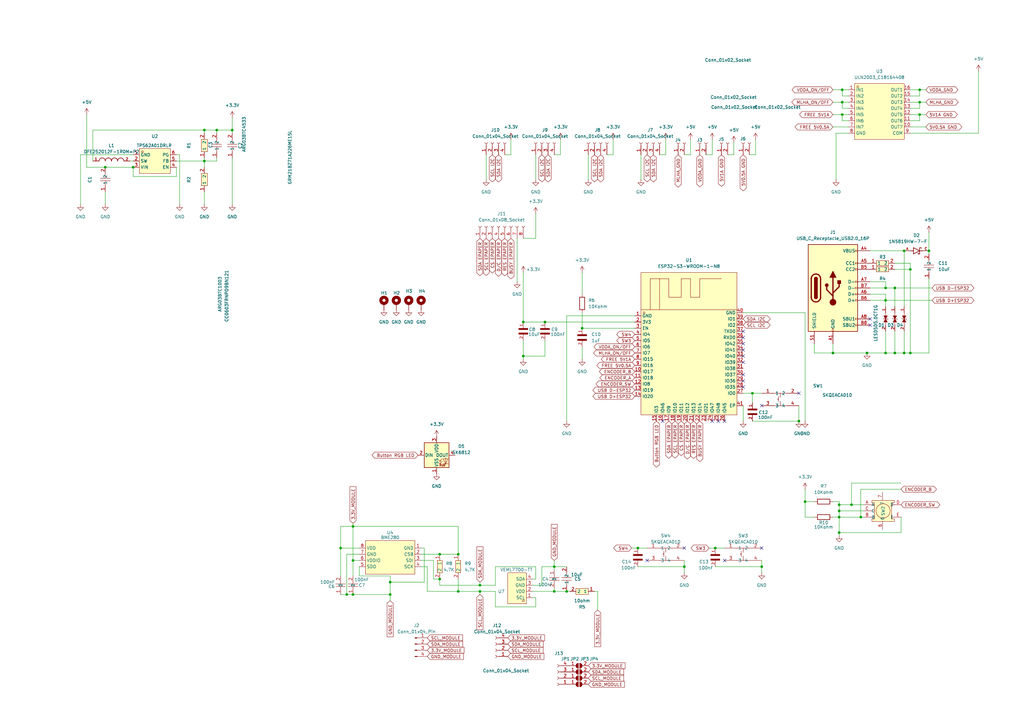
<source format=kicad_sch>
(kicad_sch (version 20231120) (generator "eeschema") (generator_version "8.0")
  (paper "A3")
  (lib_symbols
    (symbol "1N5819HW-7-F:1N5819HW-7-F" (pin_names (offset 1.016))
      (property "Reference" "D" (at -5.08 2.54 0))
      (property "Value" "1N5819HW-7-F" (at -5.08 -3.81 0))
      (symbol "1N5819HW-7-F_0_0"
        (pin passive line (at -5.08 0 0) (length 2.54) (name "~") (number "A"))
        (pin passive line (at 5.08 0 180) (length 2.54) (name "~") (number "C"))
      )
    )
    (symbol "CC0603KRX7R9BB104:CC0603KRX7R9BB104" (pin_names (offset 1.016))
      (property "Reference" "C" (at 0 3.81 0))
      (property "Value" "CC0603KRX7R9BB104" (at 0 -5.08 0))
      (symbol "CC0603KRX7R9BB104_0_0"
        (pin passive line (at 5.08 0 180) (length 2.54) (name "~") (number "1"))
        (pin passive line (at -2.54 0 0) (length 2.54) (name "~") (number "2"))
      )
    )
    (symbol "CL10A105KO8NNNC:CL10A105KO8NNNC" (pin_names (offset 1.016))
      (property "Reference" "C" (at 0 3.81 0))
      (property "Value" "CL10A105KO8NNNC" (at 0 -5.08 0))
      (symbol "CL10A105KO8NNNC_0_0"
        (pin passive line (at 5.08 0 180) (length 2.54) (name "~") (number "1"))
        (pin passive line (at -2.54 0 0) (length 2.54) (name "~") (number "2"))
      )
    )
    (symbol "CL10A106KP8NNNC:CL10A106KP8NNNC" (pin_names (offset 1.016))
      (property "Reference" "C" (at 0 3.81 0))
      (property "Value" "CL10A106KP8NNNC" (at 0 -5.08 0))
      (symbol "CL10A106KP8NNNC_0_0"
        (pin passive line (at 5.08 0 180) (length 2.54) (name "~") (number "1"))
        (pin passive line (at -2.54 0 0) (length 2.54) (name "~") (number "2"))
      )
    )
    (symbol "Connector:Conn_01x02_Socket" (pin_names (offset 1.016) hide)
      (property "Reference" "J" (at 0 2.54 0))
      (property "Value" "Conn_01x02_Socket" (at 0 -5.08 0))
      (symbol "Conn_01x02_Socket_1_1"
        (pin passive line (at -5.08 0 0) (length 3.81) (name "Pin_1") (number "1"))
        (pin passive line (at -5.08 -2.54 0) (length 3.81) (name "Pin_2") (number "2"))
      )
    )
    (symbol "Connector:Conn_01x04_Pin" (pin_names (offset 1.016) hide)
      (property "Reference" "J" (at 0 5.08 0))
      (property "Value" "Conn_01x04_Pin" (at 0 -7.62 0))
      (symbol "Conn_01x04_Pin_1_1"
        (pin passive line (at 5.08 2.54 180) (length 3.81) (name "Pin_1") (number "1"))
        (pin passive line (at 5.08 0 180) (length 3.81) (name "Pin_2") (number "2"))
        (pin passive line (at 5.08 -2.54 180) (length 3.81) (name "Pin_3") (number "3"))
        (pin passive line (at 5.08 -5.08 180) (length 3.81) (name "Pin_4") (number "4"))
      )
    )
    (symbol "Connector:Conn_01x04_Socket" (pin_names (offset 1.016) hide)
      (property "Reference" "J" (at 0 5.08 0))
      (property "Value" "Conn_01x04_Socket" (at 0 -7.62 0))
      (symbol "Conn_01x04_Socket_1_1"
        (pin passive line (at -5.08 2.54 0) (length 3.81) (name "Pin_1") (number "1"))
        (pin passive line (at -5.08 0 0) (length 3.81) (name "Pin_2") (number "2"))
        (pin passive line (at -5.08 -2.54 0) (length 3.81) (name "Pin_3") (number "3"))
        (pin passive line (at -5.08 -5.08 0) (length 3.81) (name "Pin_4") (number "4"))
      )
    )
    (symbol "Connector:Conn_01x08_Socket" (pin_names (offset 1.016) hide)
      (property "Reference" "J" (at 0 10.16 0))
      (property "Value" "Conn_01x08_Socket" (at 0 -12.7 0))
      (symbol "Conn_01x08_Socket_1_1"
        (pin passive line (at -5.08 7.62 0) (length 3.81) (name "Pin_1") (number "1"))
        (pin passive line (at -5.08 5.08 0) (length 3.81) (name "Pin_2") (number "2"))
        (pin passive line (at -5.08 2.54 0) (length 3.81) (name "Pin_3") (number "3"))
        (pin passive line (at -5.08 0 0) (length 3.81) (name "Pin_4") (number "4"))
        (pin passive line (at -5.08 -2.54 0) (length 3.81) (name "Pin_5") (number "5"))
        (pin passive line (at -5.08 -5.08 0) (length 3.81) (name "Pin_6") (number "6"))
        (pin passive line (at -5.08 -7.62 0) (length 3.81) (name "Pin_7") (number "7"))
        (pin passive line (at -5.08 -10.16 0) (length 3.81) (name "Pin_8") (number "8"))
      )
    )
    (symbol "Connector:USB_C_Receptacle_USB2.0_16P" (pin_names (offset 1.016))
      (property "Reference" "J" (at 0 22.225 0))
      (property "Value" "USB_C_Receptacle_USB2.0_16P" (at 0 19.685 0))
      (symbol "USB_C_Receptacle_USB2.0_16P_1_1"
        (pin passive line (at 0 -22.86 90) (length 5.08) (name "GND") (number "A1"))
        (pin passive line (at 0 -22.86 90) (length 5.08) hide (name "GND") (number "A12"))
        (pin passive line (at 15.24 15.24 180) (length 5.08) (name "VBUS") (number "A4"))
        (pin bidirectional line (at 15.24 10.16 180) (length 5.08) (name "CC1") (number "A5"))
        (pin bidirectional line (at 15.24 -2.54 180) (length 5.08) (name "D+") (number "A6"))
        (pin bidirectional line (at 15.24 2.54 180) (length 5.08) (name "D-") (number "A7"))
        (pin bidirectional line (at 15.24 -12.7 180) (length 5.08) (name "SBU1") (number "A8"))
        (pin passive line (at 15.24 15.24 180) (length 5.08) hide (name "VBUS") (number "A9"))
        (pin passive line (at 0 -22.86 90) (length 5.08) hide (name "GND") (number "B1"))
        (pin passive line (at 0 -22.86 90) (length 5.08) hide (name "GND") (number "B12"))
        (pin passive line (at 15.24 15.24 180) (length 5.08) hide (name "VBUS") (number "B4"))
        (pin bidirectional line (at 15.24 7.62 180) (length 5.08) (name "CC2") (number "B5"))
        (pin bidirectional line (at 15.24 -5.08 180) (length 5.08) (name "D+") (number "B6"))
        (pin bidirectional line (at 15.24 0 180) (length 5.08) (name "D-") (number "B7"))
        (pin bidirectional line (at 15.24 -15.24 180) (length 5.08) (name "SBU2") (number "B8"))
        (pin passive line (at 15.24 15.24 180) (length 5.08) hide (name "VBUS") (number "B9"))
        (pin passive line (at -7.62 -22.86 90) (length 5.08) (name "SHIELD") (number "S1"))
      )
    )
    (symbol "DFE252012F-1R0M_P2:DFE252012F-1R0M=P2" (pin_names (offset 1.016))
      (property "Reference" "L" (at -7.62 5.08 0))
      (property "Value" "DFE252012F-1R0M=P2" (at -7.62 2.54 0))
      (symbol "DFE252012F-1R0M=P2_0_0"
        (pin passive line (at -7.62 0 0) (length 2.54) (name "~") (number "1"))
        (pin passive line (at 7.62 0 180) (length 2.54) (name "~") (number "2"))
      )
    )
    (symbol "Device:R" (pin_numbers hide) (pin_names (offset 0))
      (property "Reference" "R" (at 2.032 0 90))
      (property "Value" "R" (at 0 0 90))
      (symbol "R_1_1"
        (pin passive line (at 0 3.81 270) (length 1.27) (name "~") (number "1"))
        (pin passive line (at 0 -3.81 90) (length 1.27) (name "~") (number "2"))
      )
    )
    (symbol "Jumper:SolderJumper_2_Open" (pin_names (offset 0) hide)
      (property "Reference" "JP" (at 0 2.032 0))
      (property "Value" "SolderJumper_2_Open" (at 0 -2.54 0))
      (symbol "SolderJumper_2_Open_1_1"
        (pin passive line (at -3.81 0 0) (length 2.54) (name "A") (number "1"))
        (pin passive line (at 3.81 0 180) (length 2.54) (name "B") (number "2"))
      )
    )
    (symbol "LED:SK6812" (pin_names (offset 0.254))
      (property "Reference" "D" (at 5.08 5.715 0))
      (property "Value" "SK6812" (at 1.27 -5.715 0))
      (symbol "SK6812_0_0"
        (text "RGB" (at 2.286 -4.191 0) (effects (font (size 0.762 0.762))))
      )
      (symbol "SK6812_1_1"
        (pin power_in line (at 0 -7.62 90) (length 2.54) (name "VSS") (number "1"))
        (pin input line (at -7.62 0 0) (length 2.54) (name "DIN") (number "2"))
        (pin power_in line (at 0 7.62 270) (length 2.54) (name "VDD") (number "3"))
        (pin output line (at 7.62 0 180) (length 2.54) (name "DOUT") (number "4"))
      )
    )
    (symbol "LESD5D5.0CT1G:LESD5D5.0CT1G" (pin_names (offset 1.016))
      (property "Reference" "D" (at -5.08 2.54 0))
      (property "Value" "LESD5D5.0CT1G" (at -5.08 -5.08 0))
      (symbol "LESD5D5.0CT1G_0_0"
        (pin passive line (at -5.08 0 0) (length 2.54) (name "~") (number "1"))
        (pin passive line (at 5.08 0 180) (length 2.54) (name "~") (number "2"))
      )
    )
    (symbol "Mechanical:MountingHole_Pad" (pin_numbers hide) (pin_names (offset 1.016) hide)
      (property "Reference" "H" (at 0 6.35 0))
      (property "Value" "MountingHole_Pad" (at 0 4.445 0))
      (symbol "MountingHole_Pad_1_1"
        (pin input line (at 0 -2.54 90) (length 2.54) (name "1") (number "1"))
      )
    )
    (symbol "easyeda2kicad:0603WAF5101T5E"
      (property "Reference" "R" (at 0 5.08 0))
      (property "Value" "0603WAF5101T5E" (at 0 -5.08 0))
      (symbol "0603WAF5101T5E_0_1"
        (pin input line (at -5.08 0 0) (length 2.54) (name "1") (number "1"))
        (pin input line (at 5.08 0 180) (length 2.54) (name "2") (number "2"))
      )
    )
    (symbol "easyeda2kicad:CL10A106KO8NQNC"
      (property "Reference" "C" (at 0 5.08 0))
      (property "Value" "CL10A106KO8NQNC" (at 0 -5.08 0))
      (symbol "CL10A106KO8NQNC_0_1"
        (pin unspecified line (at -5.08 0 0) (length 2.54) (name "1") (number "1"))
        (pin unspecified line (at 5.08 0 180) (length 2.54) (name "2") (number "2"))
      )
    )
    (symbol "easyeda2kicad:CL10B104JB8NNNC"
      (property "Reference" "C" (at 0 5.08 0))
      (property "Value" "CL10B104JB8NNNC" (at 0 -5.08 0))
      (symbol "CL10B104JB8NNNC_0_1"
        (pin input line (at -3.81 0 0) (length 2.54) (name "1") (number "1"))
        (pin input line (at 3.81 0 180) (length 2.54) (name "2") (number "2"))
      )
    )
    (symbol "easyeda2kicad:ESP32-S3-WROOM-1-N8"
      (property "Reference" "U" (at 0 19.05 0))
      (property "Value" "ESP32-S3-WROOM-1-N8" (at 0 -35.56 0))
      (symbol "ESP32-S3-WROOM-1-N8_0_1"
        (pin unspecified line (at -22.86 12.7 0) (length 2.54) (name "GND") (number "1"))
        (pin unspecified line (at -22.86 -10.16 0) (length 2.54) (name "IO17") (number "10"))
        (pin unspecified line (at -22.86 -12.7 0) (length 2.54) (name "IO18") (number "11"))
        (pin unspecified line (at -22.86 -15.24 0) (length 2.54) (name "IO8") (number "12"))
        (pin unspecified line (at -22.86 -17.78 0) (length 2.54) (name "IO19") (number "13"))
        (pin unspecified line (at -22.86 -20.32 0) (length 2.54) (name "IO20") (number "14"))
        (pin unspecified line (at -13.97 -30.48 90) (length 2.54) (name "IO3") (number "15"))
        (pin unspecified line (at -11.43 -30.48 90) (length 2.54) (name "IO46") (number "16"))
        (pin unspecified line (at -8.89 -30.48 90) (length 2.54) (name "IO9") (number "17"))
        (pin unspecified line (at -6.35 -30.48 90) (length 2.54) (name "IO10") (number "18"))
        (pin unspecified line (at -3.81 -30.48 90) (length 2.54) (name "IO11") (number "19"))
        (pin unspecified line (at -22.86 10.16 0) (length 2.54) (name "3V3") (number "2"))
        (pin unspecified line (at -1.27 -30.48 90) (length 2.54) (name "IO12") (number "20"))
        (pin unspecified line (at 1.27 -30.48 90) (length 2.54) (name "IO13") (number "21"))
        (pin unspecified line (at 3.81 -30.48 90) (length 2.54) (name "IO14") (number "22"))
        (pin unspecified line (at 6.35 -30.48 90) (length 2.54) (name "IO21") (number "23"))
        (pin unspecified line (at 8.89 -30.48 90) (length 2.54) (name "IO47") (number "24"))
        (pin unspecified line (at 11.43 -30.48 90) (length 2.54) (name "IO48") (number "25"))
        (pin unspecified line (at 13.97 -30.48 90) (length 2.54) (name "IO45") (number "26"))
        (pin unspecified line (at 21.59 -19.05 180) (length 2.54) (name "IO0") (number "27"))
        (pin unspecified line (at 21.59 -16.51 180) (length 2.54) (name "IO35") (number "28"))
        (pin unspecified line (at 21.59 -13.97 180) (length 2.54) (name "IO36") (number "29"))
        (pin unspecified line (at -22.86 7.62 0) (length 2.54) (name "EN") (number "3"))
        (pin unspecified line (at 21.59 -11.43 180) (length 2.54) (name "IO37") (number "30"))
        (pin unspecified line (at 21.59 -8.89 180) (length 2.54) (name "IO38") (number "31"))
        (pin unspecified line (at 21.59 -6.35 180) (length 2.54) (name "IO39") (number "32"))
        (pin unspecified line (at 21.59 -3.81 180) (length 2.54) (name "IO40") (number "33"))
        (pin unspecified line (at 21.59 -1.27 180) (length 2.54) (name "IO41") (number "34"))
        (pin unspecified line (at 21.59 1.27 180) (length 2.54) (name "IO42") (number "35"))
        (pin unspecified line (at 21.59 3.81 180) (length 2.54) (name "RXD0") (number "36"))
        (pin unspecified line (at 21.59 6.35 180) (length 2.54) (name "TXD0") (number "37"))
        (pin unspecified line (at 21.59 8.89 180) (length 2.54) (name "IO2") (number "38"))
        (pin unspecified line (at 21.59 11.43 180) (length 2.54) (name "IO1") (number "39"))
        (pin unspecified line (at -22.86 5.08 0) (length 2.54) (name "IO4") (number "4"))
        (pin unspecified line (at 21.59 13.97 180) (length 2.54) (name "GND") (number "40"))
        (pin unspecified line (at 21.59 -24.13 180) (length 2.54) (name "EP") (number "41"))
        (pin unspecified line (at -22.86 2.54 0) (length 2.54) (name "IO5") (number "5"))
        (pin unspecified line (at -22.86 0 0) (length 2.54) (name "IO6") (number "6"))
        (pin unspecified line (at -22.86 -2.54 0) (length 2.54) (name "IO7") (number "7"))
        (pin unspecified line (at -22.86 -5.08 0) (length 2.54) (name "IO15") (number "8"))
        (pin unspecified line (at -22.86 -7.62 0) (length 2.54) (name "IO16") (number "9"))
      )
    )
    (symbol "easyeda2kicad:HP03W5F100JT5E"
      (property "Reference" "R" (at 0 5.08 0))
      (property "Value" "HP03W5F100JT5E" (at 0 -5.08 0))
      (symbol "HP03W5F100JT5E_0_1"
        (pin unspecified line (at -5.08 0 0) (length 2.54) (name "1") (number "1"))
        (pin unspecified line (at 5.08 0 180) (length 2.54) (name "2") (number "2"))
      )
    )
    (symbol "easyeda2kicad:RC0603FR-074K7L"
      (property "Reference" "R" (at 0 5.08 0))
      (property "Value" "RC0603FR-074K7L" (at 0 -5.08 0))
      (symbol "RC0603FR-074K7L_0_1"
        (pin input line (at -5.08 0 0) (length 2.54) (name "1") (number "1"))
        (pin input line (at 5.08 0 180) (length 2.54) (name "2") (number "2"))
      )
    )
    (symbol "easyeda2kicad:TPS62A01DRLR"
      (property "Reference" "U" (at 0 7.62 0))
      (property "Value" "TPS62A01DRLR" (at 0 -7.62 0))
      (symbol "TPS62A01DRLR_0_1"
        (pin unspecified line (at -8.89 2.54 0) (length 2.54) (name "GND") (number "1"))
        (pin unspecified line (at -8.89 0 0) (length 2.54) (name "SW") (number "2"))
        (pin unspecified line (at -8.89 -2.54 0) (length 2.54) (name "VIN") (number "3"))
        (pin unspecified line (at 8.89 -2.54 180) (length 2.54) (name "EN") (number "4"))
        (pin unspecified line (at 8.89 0 180) (length 2.54) (name "FB") (number "5"))
        (pin unspecified line (at 8.89 2.54 180) (length 2.54) (name "PG") (number "6"))
      )
    )
    (symbol "easyeda2kicad:ULN2003_C18164408"
      (property "Reference" "U" (at 0 15.24 0))
      (property "Value" "ULN2003_C18164408" (at 0 -12.7 0))
      (symbol "ULN2003_C18164408_0_1"
        (pin unspecified line (at -12.7 10.16 0) (length 2.54) (name "IN1") (number "1"))
        (pin unspecified line (at 12.7 -5.08 180) (length 2.54) (name "OUT7") (number "10"))
        (pin unspecified line (at 12.7 -2.54 180) (length 2.54) (name "OUT6") (number "11"))
        (pin unspecified line (at 12.7 0 180) (length 2.54) (name "OUT5") (number "12"))
        (pin unspecified line (at 12.7 2.54 180) (length 2.54) (name "OUT4") (number "13"))
        (pin unspecified line (at 12.7 5.08 180) (length 2.54) (name "OUT3") (number "14"))
        (pin unspecified line (at 12.7 7.62 180) (length 2.54) (name "OUT2") (number "15"))
        (pin unspecified line (at 12.7 10.16 180) (length 2.54) (name "OUT1") (number "16"))
        (pin unspecified line (at -12.7 7.62 0) (length 2.54) (name "IN2") (number "2"))
        (pin unspecified line (at -12.7 5.08 0) (length 2.54) (name "IN3") (number "3"))
        (pin unspecified line (at -12.7 2.54 0) (length 2.54) (name "IN4") (number "4"))
        (pin unspecified line (at -12.7 0 0) (length 2.54) (name "IN5") (number "5"))
        (pin unspecified line (at -12.7 -2.54 0) (length 2.54) (name "IN6") (number "6"))
        (pin unspecified line (at -12.7 -5.08 0) (length 2.54) (name "IN7") (number "7"))
        (pin unspecified line (at -12.7 -7.62 0) (length 2.54) (name "GND") (number "8"))
        (pin unspecified line (at 12.7 -7.62 180) (length 2.54) (name "COM") (number "9"))
      )
    )
    (symbol "easyeda2kicad:VEML7700-TT"
      (property "Reference" "U" (at 0 8.89 0))
      (property "Value" "VEML7700-TT" (at 0 -8.89 0))
      (symbol "VEML7700-TT_0_1"
        (pin unspecified line (at -6.35 3.81 0) (length 2.54) (name "SCL") (number "1"))
        (pin unspecified line (at -6.35 1.27 0) (length 2.54) (name "VDD") (number "2"))
        (pin unspecified line (at -6.35 -1.27 0) (length 2.54) (name "GND") (number "3"))
        (pin unspecified line (at -6.35 -3.81 0) (length 2.54) (name "SDA") (number "4"))
      )
    )
    (symbol "easyeda2kicad_:ARG03BTC1003"
      (property "Reference" "R" (at 0 5.08 0))
      (property "Value" "ARG03BTC1003" (at 0 -5.08 0))
      (symbol "ARG03BTC1003_0_1"
        (pin unspecified line (at -5.08 0 0) (length 2.54) (name "1") (number "1"))
        (pin unspecified line (at 5.08 0 180) (length 2.54) (name "2") (number "2"))
      )
    )
    (symbol "easyeda2kicad_:ARG03BTC4533"
      (property "Reference" "R" (at 0 5.08 0))
      (property "Value" "ARG03BTC4533" (at 0 -5.08 0))
      (symbol "ARG03BTC4533_0_1"
        (pin unspecified line (at -5.08 0 0) (length 2.54) (name "1") (number "1"))
        (pin unspecified line (at 5.08 0 180) (length 2.54) (name "2") (number "2"))
      )
    )
    (symbol "easyeda2kicad_:BME280"
      (property "Reference" "U" (at 0 8.89 0))
      (property "Value" "BME280" (at 0 -8.89 0))
      (symbol "BME280_0_1"
        (pin unspecified line (at 12.7 3.81 180) (length 2.54) (name "GND") (number "1"))
        (pin unspecified line (at 12.7 1.27 180) (length 2.54) (name "CSB") (number "2"))
        (pin unspecified line (at 12.7 -1.27 180) (length 2.54) (name "SDI") (number "3"))
        (pin unspecified line (at 12.7 -3.81 180) (length 2.54) (name "SCK") (number "4"))
        (pin unspecified line (at -12.7 -3.81 0) (length 2.54) (name "SDO") (number "5"))
        (pin unspecified line (at -12.7 -1.27 0) (length 2.54) (name "VDDIO") (number "6"))
        (pin unspecified line (at -12.7 1.27 0) (length 2.54) (name "GND") (number "7"))
        (pin unspecified line (at -12.7 3.81 0) (length 2.54) (name "VDD") (number "8"))
      )
    )
    (symbol "easyeda2kicad_:CC0603FRNPO9BN121"
      (property "Reference" "C" (at 0 5.08 0))
      (property "Value" "CC0603FRNPO9BN121" (at 0 -5.08 0))
      (symbol "CC0603FRNPO9BN121_0_1"
        (pin unspecified line (at -5.08 0 0) (length 2.54) (name "1") (number "1"))
        (pin unspecified line (at 5.08 0 180) (length 2.54) (name "2") (number "2"))
      )
    )
    (symbol "easyeda2kicad_:CL10A106MA8NRNC"
      (property "Reference" "C" (at 0 5.08 0))
      (property "Value" "CL10A106MA8NRNC" (at 0 -5.08 0))
      (symbol "CL10A106MA8NRNC_0_1"
        (pin unspecified line (at -5.08 0 0) (length 2.54) (name "1") (number "1"))
        (pin unspecified line (at 5.08 0 180) (length 2.54) (name "2") (number "2"))
      )
    )
    (symbol "easyeda2kicad_:EC11E15244G1"
      (property "Reference" "SW" (at 0 12.7 0))
      (property "Value" "EC11E15244G1" (at 0 -12.7 0))
      (symbol "EC11E15244G1_0_1"
        (pin unspecified line (at 7.62 0 180) (length 3.302) (name "6") (number "6"))
        (pin unspecified line (at -7.62 0 0) (length 3.302) (name "7") (number "7"))
        (pin unspecified line (at -2.54 -7.62 90) (length 2.54) (name "A") (number "A"))
        (pin unspecified line (at 2.54 -7.62 90) (length 2.54) (name "B") (number "B"))
        (pin unspecified line (at 0 -7.62 90) (length 2.54) (name "C") (number "C"))
        (pin unspecified line (at -2.54 7.62 270) (length 2.54) (name "D") (number "D"))
        (pin unspecified line (at 2.54 7.62 270) (length 2.54) (name "E") (number "E"))
      )
    )
    (symbol "easyeda2kicad_:GRM21BR71C475KA73L"
      (property "Reference" "C" (at 0 5.08 0))
      (property "Value" "GRM21BR71C475KA73L" (at 0 -5.08 0))
      (symbol "GRM21BR71C475KA73L_0_1"
        (pin unspecified line (at -5.08 0 0) (length 2.54) (name "1") (number "1"))
        (pin unspecified line (at 5.08 0 180) (length 2.54) (name "2") (number "2"))
      )
    )
    (symbol "easyeda2kicad_:GRM21BZ71A226ME15L"
      (property "Reference" "C" (at 0 5.08 0))
      (property "Value" "GRM21BZ71A226ME15L" (at 0 -5.08 0))
      (symbol "GRM21BZ71A226ME15L_0_1"
        (pin unspecified line (at -5.08 0 0) (length 2.54) (name "1") (number "1"))
        (pin unspecified line (at 5.08 0 180) (length 2.54) (name "2") (number "2"))
      )
    )
    (symbol "easyeda2kicad_:SKQEACA010"
      (property "Reference" "SW" (at 0 6.35 0))
      (property "Value" "SKQEACA010" (at 0 -8.89 0))
      (symbol "SKQEACA010_0_1"
        (pin unspecified line (at -7.62 1.27 0) (length 5.08) (name "1") (number "1"))
        (pin unspecified line (at 7.62 1.27 180) (length 5.08) (name "2") (number "2"))
        (pin unspecified line (at -7.62 -3.81 0) (length 5.08) (name "3") (number "3"))
        (pin unspecified line (at 7.62 -3.81 180) (length 5.08) (name "4") (number "4"))
      )
    )
    (symbol "power:+3.3V" (power) (pin_numbers hide) (pin_names (offset 0) hide)
      (property "Value" "+3.3V" (at 0 3.556 0))
      (symbol "+3.3V_1_1"
        (pin power_in line (at 0 0 90) (length 0) (name "~") (number "1"))
      )
    )
    (symbol "power:+5V" (power) (pin_numbers hide) (pin_names (offset 0) hide)
      (property "Value" "+5V" (at 0 3.556 0))
      (symbol "+5V_1_1"
        (pin power_in line (at 0 0 90) (length 0) (name "~") (number "1"))
      )
    )
    (symbol "power:GND" (power) (pin_numbers hide) (pin_names (offset 0) hide)
      (property "Value" "GND" (at 0 -3.81 0))
      (symbol "GND_1_1"
        (pin power_in line (at 0 0 270) (length 0) (name "~") (number "1"))
      )
    )
  )
  (junction (at 280.67 232.41))
  (junction (at 341.63 144.78))
  (junction (at 88.9 53.34))
  (junction (at 95.25 53.34))
  (junction (at 54.61 68.58))
  (junction (at 344.17 209.55))
  (junction (at 293.37 224.79))
  (junction (at 377.19 36.83))
  (junction (at 373.38 144.78))
  (junction (at 196.85 242.57))
  (junction (at 363.22 118.11))
  (junction (at 160.02 243.84))
  (junction (at 344.17 218.44))
  (junction (at 355.6 144.78))
  (junction (at 180.34 237.49))
  (junction (at 144.78 243.84))
  (junction (at 349.25 207.01))
  (junction (at 330.2 205.74))
  (junction (at 344.17 207.01))
  (junction (at 261.62 224.79))
  (junction (at 367.03 118.11))
  (junction (at 144.78 215.9))
  (junction (at 214.63 146.05))
  (junction (at 312.42 232.41))
  (junction (at 377.19 46.99))
  (junction (at 227.33 242.57))
  (junction (at 370.84 144.78))
  (junction (at 187.96 242.57))
  (junction (at 373.38 110.49))
  (junction (at 223.52 132.08))
  (junction (at 367.03 144.78))
  (junction (at 308.61 161.29))
  (junction (at 345.44 41.91))
  (junction (at 196.85 240.03))
  (junction (at 160.02 238.76))
  (junction (at 187.96 227.33))
  (junction (at 363.22 123.19))
  (junction (at 227.33 232.41))
  (junction (at 144.78 229.87))
  (junction (at 327.66 172.72))
  (junction (at 370.84 102.87))
  (junction (at 345.44 36.83))
  (junction (at 345.44 46.99))
  (junction (at 43.18 68.58))
  (junction (at 377.19 41.91))
  (junction (at 214.63 132.08))
  (junction (at 83.82 66.04))
  (junction (at 139.7 224.79))
  (junction (at 363.22 144.78))
  (junction (at 381 102.87))
  (junction (at 353.06 212.09))
  (junction (at 238.76 134.62))
  (junction (at 232.41 242.57))
  (junction (at 344.17 212.09))
  (junction (at 83.82 53.34))
  (junction (at 180.34 227.33))
  (junction (at 142.24 243.84))
  (no_connect (at 297.18 229.87))
  (no_connect (at 304.8 158.75))
  (no_connect (at 280.67 224.79))
  (no_connect (at 271.78 172.72))
  (no_connect (at 356.87 133.35))
  (no_connect (at 304.8 143.51))
  (no_connect (at 297.18 172.72))
  (no_connect (at 304.8 138.43))
  (no_connect (at 304.8 146.05))
  (no_connect (at 292.1 172.72))
  (no_connect (at 304.8 140.97))
  (no_connect (at 312.42 224.79))
  (no_connect (at 327.66 161.29))
  (no_connect (at 304.8 135.89))
  (no_connect (at 294.64 172.72))
  (no_connect (at 356.87 130.81))
  (no_connect (at 312.42 166.37))
  (no_connect (at 304.8 156.21))
  (no_connect (at 265.43 229.87))
  (no_connect (at 304.8 153.67))
  (no_connect (at 304.8 148.59))
  (wire (pts (xy 227.33 63.5) (xy 229.87 63.5)))
  (wire (pts (xy 298.45 63.5) (xy 300.99 63.5)))
  (wire (pts (xy 330.2 128.27) (xy 304.8 128.27)))
  (wire (pts (xy 232.41 242.57) (xy 227.33 242.57)))
  (wire (pts (xy 218.44 237.49) (xy 219.71 237.49)))
  (wire (pts (xy 347.98 49.53) (xy 345.44 49.53)))
  (wire (pts (xy 187.96 242.57) (xy 196.85 242.57)))
  (wire (pts (xy 341.63 46.99) (xy 345.44 46.99)))
  (wire (pts (xy 363.22 123.19) (xy 382.27 123.19)))
  (wire (pts (xy 373.38 36.83) (xy 377.19 36.83)))
  (wire (pts (xy 354.33 212.09) (xy 353.06 212.09)))
  (wire (pts (xy 349.25 198.12) (xy 349.25 207.01)))
  (wire (pts (xy 341.63 41.91) (xy 345.44 41.91)))
  (wire (pts (xy 53.34 66.04) (xy 54.61 66.04)))
  (wire (pts (xy 309.88 57.15) (xy 309.88 63.5)))
  (wire (pts (xy 196.85 243.84) (xy 196.85 242.57)))
  (wire (pts (xy 243.84 242.57) (xy 245.11 242.57)))
  (wire (pts (xy 308.61 172.72) (xy 327.66 172.72)))
  (wire (pts (xy 356.87 120.65) (xy 363.22 120.65)))
  (wire (pts (xy 172.72 232.41) (xy 175.26 232.41)))
  (wire (pts (xy 377.19 49.53) (xy 377.19 46.99)))
  (wire (pts (xy 83.82 53.34) (xy 88.9 53.34)))
  (wire (pts (xy 345.44 36.83) (xy 347.98 36.83)))
  (wire (pts (xy 342.9 73.66) (xy 342.9 54.61)))
  (wire (pts (xy 334.01 212.09) (xy 330.2 212.09)))
  (wire (pts (xy 144.78 215.9) (xy 187.96 215.9)))
  (wire (pts (xy 227.33 242.57) (xy 218.44 242.57)))
  (wire (pts (xy 262.89 73.66) (xy 262.89 63.5)))
  (wire (pts (xy 232.41 172.72) (xy 232.41 129.54)))
  (wire (pts (xy 369.57 200.66) (xy 353.06 200.66)))
  (wire (pts (xy 248.92 63.5) (xy 251.46 63.5)))
  (wire (pts (xy 373.38 41.91) (xy 377.19 41.91)))
  (wire (pts (xy 218.44 245.11) (xy 219.71 245.11)))
  (wire (pts (xy 139.7 215.9) (xy 144.78 215.9)))
  (wire (pts (xy 207.01 63.5) (xy 209.55 63.5)))
  (wire (pts (xy 175.26 242.57) (xy 187.96 242.57)))
  (wire (pts (xy 304.8 161.29) (xy 308.61 161.29)))
  (wire (pts (xy 209.55 63.5) (xy 209.55 57.15)))
  (wire (pts (xy 219.71 232.41) (xy 203.2 232.41)))
  (wire (pts (xy 35.56 68.58) (xy 43.18 68.58)))
  (wire (pts (xy 73.66 83.82) (xy 73.66 63.5)))
  (wire (pts (xy 229.87 63.5) (xy 229.87 57.15)))
  (wire (pts (xy 160.02 243.84) (xy 160.02 246.38)))
  (wire (pts (xy 180.34 227.33) (xy 187.96 227.33)))
  (wire (pts (xy 72.39 68.58) (xy 72.39 72.39)))
  (wire (pts (xy 251.46 63.5) (xy 251.46 57.15)))
  (wire (pts (xy 196.85 238.76) (xy 196.85 240.03)))
  (wire (pts (xy 381 114.3) (xy 381 144.78)))
  (wire (pts (xy 72.39 66.04) (xy 83.82 66.04)))
  (wire (pts (xy 377.19 39.37) (xy 377.19 36.83)))
  (wire (pts (xy 345.44 44.45) (xy 345.44 41.91)))
  (wire (pts (xy 83.82 66.04) (xy 88.9 66.04)))
  (wire (pts (xy 38.1 53.34) (xy 83.82 53.34)))
  (wire (pts (xy 367.03 107.95) (xy 373.38 107.95)))
  (wire (pts (xy 344.17 205.74) (xy 341.63 205.74)))
  (wire (pts (xy 147.32 232.41) (xy 147.32 236.22)))
  (wire (pts (xy 345.44 46.99) (xy 347.98 46.99)))
  (wire (pts (xy 227.33 232.41) (xy 227.33 229.87)))
  (wire (pts (xy 344.17 207.01) (xy 349.25 207.01)))
  (wire (pts (xy 373.38 107.95) (xy 373.38 110.49)))
  (wire (pts (xy 144.78 229.87) (xy 144.78 215.9)))
  (wire (pts (xy 172.72 227.33) (xy 180.34 227.33)))
  (wire (pts (xy 219.71 73.66) (xy 219.71 63.5)))
  (wire (pts (xy 238.76 111.76) (xy 238.76 120.65)))
  (wire (pts (xy 283.21 63.5) (xy 280.67 63.5)))
  (wire (pts (xy 344.17 209.55) (xy 354.33 209.55)))
  (wire (pts (xy 142.24 227.33) (xy 142.24 243.84)))
  (wire (pts (xy 345.44 41.91) (xy 347.98 41.91)))
  (wire (pts (xy 219.71 87.63) (xy 219.71 97.79)))
  (wire (pts (xy 245.11 242.57) (xy 245.11 250.19)))
  (wire (pts (xy 344.17 207.01) (xy 344.17 205.74)))
  (wire (pts (xy 367.03 118.11) (xy 382.27 118.11)))
  (wire (pts (xy 280.67 234.95) (xy 280.67 232.41)))
  (wire (pts (xy 35.56 46.99) (xy 35.56 68.58)))
  (wire (pts (xy 223.52 139.7) (xy 223.52 146.05)))
  (wire (pts (xy 180.34 240.03) (xy 196.85 240.03)))
  (wire (pts (xy 363.22 144.78) (xy 367.03 144.78)))
  (wire (pts (xy 355.6 144.78) (xy 363.22 144.78)))
  (wire (pts (xy 142.24 243.84) (xy 144.78 243.84)))
  (wire (pts (xy 377.19 36.83) (xy 379.73 36.83)))
  (wire (pts (xy 381 144.78) (xy 373.38 144.78)))
  (wire (pts (xy 280.67 232.41) (xy 280.67 229.87)))
  (wire (pts (xy 401.32 54.61) (xy 373.38 54.61)))
  (wire (pts (xy 43.18 68.58) (xy 54.61 68.58)))
  (wire (pts (xy 344.17 209.55) (xy 344.17 207.01)))
  (wire (pts (xy 344.17 218.44) (xy 369.57 218.44)))
  (wire (pts (xy 238.76 134.62) (xy 260.35 134.62)))
  (wire (pts (xy 139.7 236.22) (xy 139.7 224.79)))
  (wire (pts (xy 363.22 118.11) (xy 367.03 118.11)))
  (wire (pts (xy 196.85 242.57) (xy 203.2 242.57)))
  (wire (pts (xy 342.9 54.61) (xy 347.98 54.61)))
  (wire (pts (xy 147.32 227.33) (xy 142.24 227.33)))
  (wire (pts (xy 187.96 237.49) (xy 187.96 242.57)))
  (wire (pts (xy 222.25 240.03) (xy 222.25 232.41)))
  (wire (pts (xy 293.37 232.41) (xy 312.42 232.41)))
  (wire (pts (xy 363.22 135.89) (xy 363.22 144.78)))
  (wire (pts (xy 356.87 102.87) (xy 370.84 102.87)))
  (wire (pts (xy 214.63 132.08) (xy 223.52 132.08)))
  (wire (pts (xy 199.39 73.66) (xy 199.39 63.5)))
  (wire (pts (xy 33.02 63.5) (xy 33.02 83.82)))
  (wire (pts (xy 227.33 233.68) (xy 227.33 232.41)))
  (wire (pts (xy 363.22 123.19) (xy 363.22 125.73)))
  (wire (pts (xy 43.18 78.74) (xy 43.18 83.82)))
  (wire (pts (xy 83.82 53.34) (xy 83.82 54.61)))
  (wire (pts (xy 347.98 39.37) (xy 345.44 39.37)))
  (wire (pts (xy 344.17 212.09) (xy 344.17 209.55)))
  (wire (pts (xy 219.71 245.11) (xy 219.71 248.92)))
  (wire (pts (xy 172.72 224.79) (xy 173.99 224.79)))
  (wire (pts (xy 292.1 63.5) (xy 289.56 63.5)))
  (wire (pts (xy 270.51 63.5) (xy 273.05 63.5)))
  (wire (pts (xy 172.72 229.87) (xy 177.8 229.87)))
  (wire (pts (xy 377.19 46.99) (xy 379.73 46.99)))
  (wire (pts (xy 187.96 215.9) (xy 187.96 227.33)))
  (wire (pts (xy 347.98 44.45) (xy 345.44 44.45)))
  (wire (pts (xy 144.78 229.87) (xy 144.78 236.22)))
  (wire (pts (xy 356.87 123.19) (xy 363.22 123.19)))
  (wire (pts (xy 261.62 224.79) (xy 265.43 224.79)))
  (wire (pts (xy 369.57 198.12) (xy 349.25 198.12)))
  (wire (pts (xy 367.03 118.11) (xy 367.03 125.73)))
  (wire (pts (xy 373.38 52.07) (xy 379.73 52.07)))
  (wire (pts (xy 356.87 118.11) (xy 363.22 118.11)))
  (wire (pts (xy 259.08 224.79) (xy 261.62 224.79)))
  (wire (pts (xy 308.61 161.29) (xy 312.42 161.29)))
  (wire (pts (xy 160.02 236.22) (xy 160.02 238.76)))
  (wire (pts (xy 300.99 63.5) (xy 300.99 58.42)))
  (wire (pts (xy 173.99 238.76) (xy 160.02 238.76)))
  (wire (pts (xy 177.8 237.49) (xy 180.34 237.49)))
  (wire (pts (xy 144.78 243.84) (xy 160.02 243.84)))
  (wire (pts (xy 363.22 115.57) (xy 363.22 118.11)))
  (wire (pts (xy 373.38 46.99) (xy 377.19 46.99)))
  (wire (pts (xy 232.41 129.54) (xy 260.35 129.54)))
  (wire (pts (xy 377.19 41.91) (xy 379.73 41.91)))
  (wire (pts (xy 83.82 83.82) (xy 83.82 78.74)))
  (wire (pts (xy 72.39 72.39) (xy 54.61 72.39)))
  (wire (pts (xy 367.03 110.49) (xy 373.38 110.49)))
  (wire (pts (xy 203.2 232.41) (xy 203.2 240.03)))
  (wire (pts (xy 233.68 242.57) (xy 232.41 242.57)))
  (wire (pts (xy 341.63 36.83) (xy 345.44 36.83)))
  (wire (pts (xy 345.44 46.99) (xy 345.44 49.53)))
  (wire (pts (xy 273.05 63.5) (xy 273.05 57.15)))
  (wire (pts (xy 214.63 139.7) (xy 214.63 146.05)))
  (wire (pts (xy 283.21 57.15) (xy 283.21 63.5)))
  (wire (pts (xy 88.9 53.34) (xy 95.25 53.34)))
  (wire (pts (xy 330.2 205.74) (xy 334.01 205.74)))
  (wire (pts (xy 330.2 172.72) (xy 330.2 128.27)))
  (wire (pts (xy 175.26 232.41) (xy 175.26 242.57)))
  (wire (pts (xy 212.09 115.57) (xy 212.09 97.79)))
  (wire (pts (xy 370.84 144.78) (xy 373.38 144.78)))
  (wire (pts (xy 293.37 224.79) (xy 297.18 224.79)))
  (wire (pts (xy 261.62 232.41) (xy 280.67 232.41)))
  (wire (pts (xy 222.25 232.41) (xy 227.33 232.41)))
  (wire (pts (xy 344.17 218.44) (xy 344.17 219.71)))
  (wire (pts (xy 219.71 237.49) (xy 219.71 232.41)))
  (wire (pts (xy 330.2 205.74) (xy 330.2 212.09)))
  (wire (pts (xy 307.34 63.5) (xy 309.88 63.5)))
  (wire (pts (xy 327.66 172.72) (xy 327.66 166.37)))
  (wire (pts (xy 290.83 224.79) (xy 293.37 224.79)))
  (wire (pts (xy 83.82 68.58) (xy 83.82 66.04)))
  (wire (pts (xy 370.84 135.89) (xy 370.84 144.78)))
  (wire (pts (xy 38.1 66.04) (xy 38.1 53.34)))
  (wire (pts (xy 367.03 135.89) (xy 367.03 144.78)))
  (wire (pts (xy 88.9 54.61) (xy 88.9 53.34)))
  (wire (pts (xy 227.33 232.41) (xy 232.41 232.41)))
  (wire (pts (xy 95.25 48.26) (xy 95.25 53.34)))
  (wire (pts (xy 373.38 110.49) (xy 373.38 144.78)))
  (wire (pts (xy 95.25 83.82) (xy 95.25 64.77)))
  (wire (pts (xy 367.03 144.78) (xy 370.84 144.78)))
  (wire (pts (xy 369.57 212.09) (xy 369.57 218.44)))
  (wire (pts (xy 381 95.25) (xy 381 102.87)))
  (wire (pts (xy 401.32 29.21) (xy 401.32 54.61)))
  (wire (pts (xy 353.06 212.09) (xy 344.17 212.09)))
  (wire (pts (xy 196.85 240.03) (xy 203.2 240.03)))
  (wire (pts (xy 180.34 240.03) (xy 180.34 237.49)))
  (wire (pts (xy 147.32 236.22) (xy 160.02 236.22)))
  (wire (pts (xy 214.63 111.76) (xy 214.63 132.08)))
  (wire (pts (xy 373.38 49.53) (xy 377.19 49.53)))
  (wire (pts (xy 373.38 39.37) (xy 377.19 39.37)))
  (wire (pts (xy 344.17 212.09) (xy 344.17 218.44)))
  (wire (pts (xy 203.2 248.92) (xy 203.2 242.57)))
  (wire (pts (xy 334.01 144.78) (xy 341.63 144.78)))
  (wire (pts (xy 147.32 229.87) (xy 144.78 229.87)))
  (wire (pts (xy 341.63 212.09) (xy 344.17 212.09)))
  (wire (pts (xy 341.63 52.07) (xy 347.98 52.07)))
  (wire (pts (xy 370.84 102.87) (xy 370.84 125.73)))
  (wire (pts (xy 356.87 115.57) (xy 363.22 115.57)))
  (wire (pts (xy 330.2 200.66) (xy 330.2 205.74)))
  (wire (pts (xy 144.78 214.63) (xy 144.78 215.9)))
  (wire (pts (xy 377.19 44.45) (xy 377.19 41.91)))
  (wire (pts (xy 88.9 64.77) (xy 88.9 66.04)))
  (wire (pts (xy 83.82 64.77) (xy 83.82 66.04)))
  (wire (pts (xy 363.22 120.65) (xy 363.22 123.19)))
  (wire (pts (xy 214.63 146.05) (xy 214.63 147.32)))
  (wire (pts (xy 223.52 132.08) (xy 260.35 132.08)))
  (wire (pts (xy 304.8 172.72) (xy 304.8 166.37)))
  (wire (pts (xy 139.7 224.79) (xy 147.32 224.79)))
  (wire (pts (xy 238.76 142.24) (xy 238.76 147.32)))
  (wire (pts (xy 308.61 161.29) (xy 308.61 165.1)))
  (wire (pts (xy 241.3 73.66) (xy 241.3 63.5)))
  (wire (pts (xy 73.66 63.5) (xy 72.39 63.5)))
  (wire (pts (xy 218.44 240.03) (xy 222.25 240.03)))
  (wire (pts (xy 373.38 44.45) (xy 377.19 44.45)))
  (wire (pts (xy 349.25 207.01) (xy 354.33 207.01)))
  (wire (pts (xy 227.33 241.3) (xy 227.33 242.57)))
  (wire (pts (xy 312.42 232.41) (xy 312.42 229.87)))
  (wire (pts (xy 54.61 63.5) (xy 33.02 63.5)))
  (wire (pts (xy 54.61 72.39) (xy 54.61 68.58)))
  (wire (pts (xy 341.63 144.78) (xy 355.6 144.78)))
  (wire (pts (xy 353.06 200.66) (xy 353.06 212.09)))
  (wire (pts (xy 312.42 234.95) (xy 312.42 232.41)))
  (wire (pts (xy 345.44 39.37) (xy 345.44 36.83)))
  (wire (pts (xy 334.01 140.97) (xy 334.01 144.78)))
  (wire (pts (xy 381 102.87) (xy 381 104.14)))
  (wire (pts (xy 341.63 140.97) (xy 341.63 144.78)))
  (wire (pts (xy 292.1 57.15) (xy 292.1 63.5)))
  (wire (pts (xy 139.7 224.79) (xy 139.7 215.9)))
  (wire (pts (xy 223.52 146.05) (xy 214.63 146.05)))
  (wire (pts (xy 219.71 248.92) (xy 203.2 248.92)))
  (wire (pts (xy 160.02 238.76) (xy 160.02 243.84)))
  (wire (pts (xy 238.76 134.62) (xy 238.76 128.27)))
  (wire (pts (xy 95.25 54.61) (xy 95.25 53.34)))
  (wire (pts (xy 177.8 229.87) (xy 177.8 237.49)))
  (wire (pts (xy 219.71 97.79) (xy 214.63 97.79)))
  (wire (pts (xy 173.99 224.79) (xy 173.99 238.76)))
  (wire (pts (xy 139.7 243.84) (xy 142.24 243.84)))
  (global_label "ENCODER_SW" (shape bidirectional) (at 369.57 207.01 0) (property "Intersheetrefs" "${INTERSHEET_REFS}" (effects (hide yes))))
  (global_label "GND_MODULE" (shape input) (at 208.28 269.24 0) (property "Intersheetrefs" "${INTERSHEET_REFS}" (effects (hide yes))))
  (global_label "CS EPAPER" (shape bidirectional) (at 201.93 97.79 270) (property "Intersheetrefs" "${INTERSHEET_REFS}" (effects (hide yes))))
  (global_label "Button RGB LED" (shape bidirectional) (at 171.45 186.69 180) (property "Intersheetrefs" "${INTERSHEET_REFS}" (effects (hide yes))))
  (global_label "RES EPAPER" (shape bidirectional) (at 284.48 172.72 270) (property "Intersheetrefs" "${INTERSHEET_REFS}" (effects (hide yes))))
  (global_label "SCL I2C" (shape bidirectional) (at 243.84 63.5 270) (property "Intersheetrefs" "${INTERSHEET_REFS}" (effects (hide yes))))
  (global_label "SDA I2C" (shape bidirectional) (at 304.8 130.81 0) (property "Intersheetrefs" "${INTERSHEET_REFS}" (effects (hide yes))))
  (global_label "SCL I2C" (shape bidirectional) (at 201.93 63.5 270) (property "Intersheetrefs" "${INTERSHEET_REFS}" (effects (hide yes))))
  (global_label "SCL_MODULE" (shape input) (at 196.85 243.84 270) (property "Intersheetrefs" "${INTERSHEET_REFS}" (effects (hide yes))))
  (global_label "SDA_MODULE" (shape input) (at 175.26 264.16 0) (property "Intersheetrefs" "${INTERSHEET_REFS}" (effects (hide yes))))
  (global_label "USB D+ESP32" (shape bidirectional) (at 382.27 123.19 0) (property "Intersheetrefs" "${INTERSHEET_REFS}" (effects (hide yes))))
  (global_label "SCL_MODULE" (shape input) (at 175.26 261.62 0) (property "Intersheetrefs" "${INTERSHEET_REFS}" (effects (hide yes))))
  (global_label "BUSY EPAPER" (shape bidirectional) (at 209.55 97.79 270) (property "Intersheetrefs" "${INTERSHEET_REFS}" (effects (hide yes))))
  (global_label "SW4" (shape bidirectional) (at 259.08 224.79 180) (property "Intersheetrefs" "${INTERSHEET_REFS}" (effects (hide yes))))
  (global_label "5V1A GND" (shape bidirectional) (at 295.91 63.5 270) (property "Intersheetrefs" "${INTERSHEET_REFS}" (effects (hide yes))))
  (global_label "BUSY EPAPER" (shape bidirectional) (at 287.02 172.72 270) (property "Intersheetrefs" "${INTERSHEET_REFS}" (effects (hide yes))))
  (global_label "FREE 5V0.5A" (shape bidirectional) (at 341.63 52.07 180) (property "Intersheetrefs" "${INTERSHEET_REFS}" (effects (hide yes))))
  (global_label "RES EPAPER" (shape bidirectional) (at 207.01 97.79 270) (property "Intersheetrefs" "${INTERSHEET_REFS}" (effects (hide yes))))
  (global_label "3.3V_MODULE" (shape input) (at 208.28 261.62 0) (property "Intersheetrefs" "${INTERSHEET_REFS}" (effects (hide yes))))
  (global_label "3.3V_MODULE" (shape input) (at 144.78 214.63 90) (property "Intersheetrefs" "${INTERSHEET_REFS}" (effects (hide yes))))
  (global_label "ENCODER_A" (shape bidirectional) (at 260.35 154.94 180) (property "Intersheetrefs" "${INTERSHEET_REFS}" (effects (hide yes))))
  (global_label "CS EPAPER" (shape bidirectional) (at 279.4 172.72 270) (property "Intersheetrefs" "${INTERSHEET_REFS}" (effects (hide yes))))
  (global_label "SW4" (shape bidirectional) (at 260.35 137.16 180) (property "Intersheetrefs" "${INTERSHEET_REFS}" (effects (hide yes))))
  (global_label "VODA_GND" (shape bidirectional) (at 287.02 63.5 270) (property "Intersheetrefs" "${INTERSHEET_REFS}" (effects (hide yes))))
  (global_label "FREE 5V0.5A" (shape bidirectional) (at 260.35 149.86 180) (property "Intersheetrefs" "${INTERSHEET_REFS}" (effects (hide yes))))
  (global_label "D{slash}C EPAPER" (shape bidirectional) (at 281.94 172.72 270) (property "Intersheetrefs" "${INTERSHEET_REFS}" (effects (hide yes))))
  (global_label "SDA_MODULE" (shape input) (at 196.85 238.76 90) (property "Intersheetrefs" "${INTERSHEET_REFS}" (effects (hide yes))))
  (global_label "SDA I2C" (shape bidirectional) (at 267.97 63.5 270) (property "Intersheetrefs" "${INTERSHEET_REFS}" (effects (hide yes))))
  (global_label "ENCODER_B" (shape bidirectional) (at 260.35 152.4 180) (property "Intersheetrefs" "${INTERSHEET_REFS}" (effects (hide yes))))
  (global_label "5V1A GND" (shape bidirectional) (at 379.73 46.99 0) (property "Intersheetrefs" "${INTERSHEET_REFS}" (effects (hide yes))))
  (global_label "SCL_MODULE" (shape input) (at 241.3 278.13 0) (property "Intersheetrefs" "${INTERSHEET_REFS}" (effects (hide yes))))
  (global_label "D{slash}C EPAPER" (shape bidirectional) (at 204.47 97.79 270) (property "Intersheetrefs" "${INTERSHEET_REFS}" (effects (hide yes))))
  (global_label "MLHA_ON{slash}OFF" (shape bidirectional) (at 260.35 144.78 180) (property "Intersheetrefs" "${INTERSHEET_REFS}" (effects (hide yes))))
  (global_label "3.3V_MODULE" (shape input) (at 245.11 250.19 270) (property "Intersheetrefs" "${INTERSHEET_REFS}" (effects (hide yes))))
  (global_label "SDA_MODULE" (shape input) (at 208.28 264.16 0) (property "Intersheetrefs" "${INTERSHEET_REFS}" (effects (hide yes))))
  (global_label "MLHA_GND" (shape bidirectional) (at 379.73 41.91 0) (property "Intersheetrefs" "${INTERSHEET_REFS}" (effects (hide yes))))
  (global_label "USB D-ESP32" (shape bidirectional) (at 382.27 118.11 0) (property "Intersheetrefs" "${INTERSHEET_REFS}" (effects (hide yes))))
  (global_label "ENCODER_SW" (shape bidirectional) (at 260.35 157.48 180) (property "Intersheetrefs" "${INTERSHEET_REFS}" (effects (hide yes))))
  (global_label "5V0.5A GND" (shape bidirectional) (at 379.73 52.07 0) (property "Intersheetrefs" "${INTERSHEET_REFS}" (effects (hide yes))))
  (global_label "3.3V_MODULE" (shape input) (at 175.26 266.7 0) (property "Intersheetrefs" "${INTERSHEET_REFS}" (effects (hide yes))))
  (global_label "SDA_MODULE" (shape input) (at 241.3 275.59 0) (property "Intersheetrefs" "${INTERSHEET_REFS}" (effects (hide yes))))
  (global_label "SCL I2C" (shape bidirectional) (at 304.8 133.35 0) (property "Intersheetrefs" "${INTERSHEET_REFS}" (effects (hide yes))))
  (global_label "ENCODER_B" (shape bidirectional) (at 369.57 200.66 0) (property "Intersheetrefs" "${INTERSHEET_REFS}" (effects (hide yes))))
  (global_label "3.3V_MODULE" (shape input) (at 241.3 273.05 0) (property "Intersheetrefs" "${INTERSHEET_REFS}" (effects (hide yes))))
  (global_label "GND_MODULE" (shape input) (at 227.33 229.87 90) (property "Intersheetrefs" "${INTERSHEET_REFS}" (effects (hide yes))))
  (global_label "MLHA_GND" (shape bidirectional) (at 278.13 63.5 270) (property "Intersheetrefs" "${INTERSHEET_REFS}" (effects (hide yes))))
  (global_label "SCL EPAPER" (shape bidirectional) (at 276.86 172.72 270) (property "Intersheetrefs" "${INTERSHEET_REFS}" (effects (hide yes))))
  (global_label "SDA I2C" (shape bidirectional) (at 246.38 63.5 270) (property "Intersheetrefs" "${INTERSHEET_REFS}" (effects (hide yes))))
  (global_label "SCL EPAPER" (shape bidirectional) (at 199.39 97.79 270) (property "Intersheetrefs" "${INTERSHEET_REFS}" (effects (hide yes))))
  (global_label "SCL_MODULE" (shape input) (at 208.28 266.7 0) (property "Intersheetrefs" "${INTERSHEET_REFS}" (effects (hide yes))))
  (global_label "SW3" (shape bidirectional) (at 290.83 224.79 180) (property "Intersheetrefs" "${INTERSHEET_REFS}" (effects (hide yes))))
  (global_label "GND_MODULE" (shape input) (at 241.3 280.67 0) (property "Intersheetrefs" "${INTERSHEET_REFS}" (effects (hide yes))))
  (global_label "5V0.5A GND" (shape bidirectional) (at 304.8 63.5 270) (property "Intersheetrefs" "${INTERSHEET_REFS}" (effects (hide yes))))
  (global_label "SW3" (shape bidirectional) (at 260.35 139.7 180) (property "Intersheetrefs" "${INTERSHEET_REFS}" (effects (hide yes))))
  (global_label "MLHA_ON{slash}OFF" (shape bidirectional) (at 341.63 41.91 180) (property "Intersheetrefs" "${INTERSHEET_REFS}" (effects (hide yes))))
  (global_label "FREE 5V1A" (shape bidirectional) (at 260.35 147.32 180) (property "Intersheetrefs" "${INTERSHEET_REFS}" (effects (hide yes))))
  (global_label "SDA I2C" (shape bidirectional) (at 224.79 63.5 270) (property "Intersheetrefs" "${INTERSHEET_REFS}" (effects (hide yes))))
  (global_label "SCL I2C" (shape bidirectional) (at 222.25 63.5 270) (property "Intersheetrefs" "${INTERSHEET_REFS}" (effects (hide yes))))
  (global_label "SDA EPAPER" (shape bidirectional) (at 196.85 97.79 270) (property "Intersheetrefs" "${INTERSHEET_REFS}" (effects (hide yes))))
  (global_label "Button RGB LED" (shape bidirectional) (at 269.24 172.72 270) (property "Intersheetrefs" "${INTERSHEET_REFS}" (effects (hide yes))))
  (global_label "SDA I2C" (shape bidirectional) (at 204.47 63.5 270) (property "Intersheetrefs" "${INTERSHEET_REFS}" (effects (hide yes))))
  (global_label "SDA EPAPER" (shape bidirectional) (at 274.32 172.72 270) (property "Intersheetrefs" "${INTERSHEET_REFS}" (effects (hide yes))))
  (global_label "GND_MODULE" (shape input) (at 175.26 269.24 0) (property "Intersheetrefs" "${INTERSHEET_REFS}" (effects (hide yes))))
  (global_label "GND_MODULE" (shape input) (at 160.02 246.38 270) (property "Intersheetrefs" "${INTERSHEET_REFS}" (effects (hide yes))))
  (global_label "SCL I2C" (shape bidirectional) (at 265.43 63.5 270) (property "Intersheetrefs" "${INTERSHEET_REFS}" (effects (hide yes))))
  (global_label "VODA_ON{slash}OFF" (shape bidirectional) (at 341.63 36.83 180) (property "Intersheetrefs" "${INTERSHEET_REFS}" (effects (hide yes))))
  (global_label "USB D+ESP32" (shape bidirectional) (at 260.35 162.56 180) (property "Intersheetrefs" "${INTERSHEET_REFS}" (effects (hide yes))))
  (global_label "FREE 5V1A" (shape bidirectional) (at 341.63 46.99 180) (property "Intersheetrefs" "${INTERSHEET_REFS}" (effects (hide yes))))
  (global_label "VODA_ON{slash}OFF" (shape bidirectional) (at 260.35 142.24 180) (property "Intersheetrefs" "${INTERSHEET_REFS}" (effects (hide yes))))
  (global_label "VODA_GND" (shape bidirectional) (at 379.73 36.83 0) (property "Intersheetrefs" "${INTERSHEET_REFS}" (effects (hide yes))))
  (global_label "USB D-ESP32" (shape bidirectional) (at 260.35 160.02 180) (property "Intersheetrefs" "${INTERSHEET_REFS}" (effects (hide yes))))
  (symbol (lib_id "CC0603KRX7R9BB104:CC0603KRX7R9BB104") (at 223.52 137.16 90) (unit 1)
    (property "Reference" "C9" (at 226.06 135.128 90) (effects (justify right)))
    (property "Value" "100nF" (at 225.806 137.16 90) (effects (justify right)))
    (property "Footprint" "CL10A105KO8NNNC:CAPC1608X90N" (effects (hide yes)))
    (property "MF" "Yageo" (effects (hide yes)))
    (property "Description_1" "\n0.1 µF ±10% 50V Ceramic Capacitor X7R 0603 (1608 Metric)\n" (effects (hide yes)))
    (property "Package" "0603 Yageo" (effects (hide yes)))
    (property "Price" "None" (effects (hide yes)))
    (property "SnapEDA_Link" "https://www.snapeda.com/parts/CC0603KRX7R9BB104/Yageo/view-part/?ref=snap" (effects (hide yes)))
    (property "MP" "CC0603KRX7R9BB104" (effects (hide yes)))
    (property "Purchase-URL" "https://www.snapeda.com/api/url_track_click_mouser/?unipart_id=78680&manufacturer=Yageo&part_name=CC0603KRX7R9BB104&search_term=cc0603krx7r9bb104" (effects (hide yes)))
    (property "Availability" "In Stock" (effects (hide yes)))
    (property "Check_prices" "https://www.snapeda.com/parts/CC0603KRX7R9BB104/Yageo/view-part/?ref=eda" (effects (hide yes)))
  )
  (symbol (lib_id "easyeda2kicad_:CC0603FRNPO9BN121") (at 88.9 59.69 90) (unit 1)
    (property "Reference" "C3" (at 86.36 59.436 0))
    (property "Value" "CC0603FRNPO9BN121" (at 92.964 121.412 0))
    (property "Footprint" "easyeda2kicad:C0603" (effects (hide yes)))
    (property "Datasheet" "https://lcsc.com/product-detail/Multilayer-Ceramic-Capacitors-MLCC-SMD-SMT_YAGEO-CC0603FRNPO9BN121_C519498.html" (effects (hide yes)))
    (property "LCSC Part" "C519498" (effects (hide yes)))
  )
  (symbol (lib_id "power:+5V") (at 35.56 46.99 0) (unit 1)
    (property "Reference" "#PWR015" (effects (hide yes)))
    (property "Value" "+5V" (at 35.56 41.91 0))
    (property "Description" "Power symbol creates a global label with name \"+5V\"" (effects (hide yes)))
  )
  (symbol (lib_id "easyeda2kicad:CL10B104JB8NNNC") (at 144.78 240.03 90) (unit 1)
    (property "Reference" "C7" (at 147.066 240.03 90) (effects (justify right)))
    (property "Value" "100nF" (at 145.288 237.744 90) (effects (justify right)))
    (property "Footprint" "easyeda2kicad:C0603" (effects (hide yes)))
    (property "Datasheet" "https://lcsc.com/product-detail/Multilayer-Ceramic-Capacitors-MLCC-SMD-SMT_SAMSUNG_CL10B104JB8NNNC_100nF-104-5-50V_C24452.html" (effects (hide yes)))
    (property "LCSC Part" "C24452" (effects (hide yes)))
  )
  (symbol (lib_id "easyeda2kicad_:EC11E15244G1") (at 361.95 209.55 270) (unit 1)
    (property "Reference" "SW2" (at 362.204 209.55 0))
    (property "Value" "EC11E15244G1" (effects (hide yes)))
    (property "Footprint" "easyeda2kicad_:SW-TH_EC11E15244G1" (effects (hide yes)))
    (property "Datasheet" "https://lcsc.com/product-detail/Others_ALPS-Electric-EC11E15244G1_C370970.html" (effects (hide yes)))
    (property "LCSC Part" "C370970" (effects (hide yes)))
  )
  (symbol (lib_id "CC0603KRX7R9BB104:CC0603KRX7R9BB104") (at 308.61 170.18 90) (unit 1)
    (property "Reference" "C12" (at 311.15 169.164 90) (effects (justify right)))
    (property "Value" "100nF" (at 310.896 171.196 90) (effects (justify right)))
    (property "Footprint" "CL10A105KO8NNNC:CAPC1608X90N" (effects (hide yes)))
    (property "MF" "Yageo" (effects (hide yes)))
    (property "Description_1" "\n0.1 µF ±10% 50V Ceramic Capacitor X7R 0603 (1608 Metric)\n" (effects (hide yes)))
    (property "Package" "0603 Yageo" (effects (hide yes)))
    (property "Price" "None" (effects (hide yes)))
    (property "SnapEDA_Link" "https://www.snapeda.com/parts/CC0603KRX7R9BB104/Yageo/view-part/?ref=snap" (effects (hide yes)))
    (property "MP" "CC0603KRX7R9BB104" (effects (hide yes)))
    (property "Purchase-URL" "https://www.snapeda.com/api/url_track_click_mouser/?unipart_id=78680&manufacturer=Yageo&part_name=CC0603KRX7R9BB104&search_term=cc0603krx7r9bb104" (effects (hide yes)))
    (property "Availability" "In Stock" (effects (hide yes)))
    (property "Check_prices" "https://www.snapeda.com/parts/CC0603KRX7R9BB104/Yageo/view-part/?ref=eda" (effects (hide yes)))
  )
  (symbol (lib_id "CL10A105KO8NNNC:CL10A105KO8NNNC") (at 238.76 139.7 90) (unit 1)
    (property "Reference" "C10" (at 242.57 137.1599 90) (effects (justify right)))
    (property "Value" "1uF" (at 242.57 139.6999 90) (effects (justify right)))
    (property "Footprint" "CL10A105KO8NNNC:CAPC1608X90N" (effects (hide yes)))
    (property "MF" "Samsung Electro-Mechanics" (effects (hide yes)))
    (property "Description_1" "\nCapacitor: ceramic; MLCC; 1uF; 16V; X5R; ±10%; SMD; 0603; -55÷85°C\n" (effects (hide yes)))
    (property "Package" "0603 Samsung" (effects (hide yes)))
    (property "Price" "None" (effects (hide yes)))
    (property "SnapEDA_Link" "https://www.snapeda.com/parts/CL10A105KO8NNNC/Samsung+Electro-Mechanics/view-part/?ref=snap" (effects (hide yes)))
    (property "MP" "CL10A105KO8NNNC" (effects (hide yes)))
    (property "Purchase-URL" "https://www.snapeda.com/api/url_track_click_mouser/?unipart_id=2889420&manufacturer=Samsung Electro-Mechanics&part_name=CL10A105KO8NNNC&search_term=cl10a105ko8nnnc" (effects (hide yes)))
    (property "Availability" "In Stock" (effects (hide yes)))
    (property "Check_prices" "https://www.snapeda.com/parts/CL10A105KO8NNNC/Samsung+Electro-Mechanics/view-part/?ref=eda" (effects (hide yes)))
  )
  (symbol (lib_id "Connector:Conn_01x08_Socket") (at 204.47 92.71 90) (unit 1)
    (property "Reference" "J11" (at 205.74 87.63 90))
    (property "Value" "Conn_01x08_Socket" (at 205.74 90.17 90))
    (property "Footprint" "Connector_JST:JST_PH_S8B-PH-K_1x08_P2.00mm_Horizontal" (effects (hide yes)))
    (property "Description" "Generic connector, single row, 01x08, script generated" (effects (hide yes)))
  )
  (symbol (lib_id "Connector:Conn_01x04_Socket") (at 243.84 58.42 90) (unit 1)
    (property "Reference" "J8" (at 245.11 53.34 90))
    (property "Value" "Conn_01x04_Socket" (at 245.11 55.88 90))
    (property "Footprint" "Connector_JST:JST_PH_S4B-PH-K_1x04_P2.00mm_Horizontal" (effects (hide yes)))
    (property "Description" "Generic connector, single row, 01x04, script generated" (effects (hide yes)))
  )
  (symbol (lib_id "power:GND") (at 179.07 194.31 0) (unit 1)
    (property "Reference" "#PWR035" (effects (hide yes)))
    (property "Value" "GND" (at 179.07 199.39 0))
    (property "Description" "Power symbol creates a global label with name \"GND\" , ground" (effects (hide yes)))
  )
  (symbol (lib_id "Connector:Conn_01x04_Pin") (at 170.18 264.16 0) (unit 1)
    (property "Reference" "J2" (at 170.815 256.54 0))
    (property "Value" "Conn_01x04_Pin" (at 170.815 259.08 0))
    (property "Footprint" "Connector_JST:JST_PH_B4B-PH-K_1x04_P2.00mm_Vertical" (effects (hide yes)))
    (property "Description" "Generic connector, single row, 01x04, script generated" (effects (hide yes)))
  )
  (symbol (lib_id "power:GND") (at 95.25 83.82 0) (unit 1)
    (property "Reference" "#PWR017" (effects (hide yes)))
    (property "Value" "GND" (at 95.25 88.9 0))
    (property "Description" "Power symbol creates a global label with name \"GND\" , ground" (effects (hide yes)))
  )
  (symbol (lib_id "power:GND") (at 232.41 172.72 0) (unit 1)
    (property "Reference" "#PWR039" (effects (hide yes)))
    (property "Value" "GND" (at 232.41 177.8 0))
    (property "Description" "Power symbol creates a global label with name \"GND\" , ground" (effects (hide yes)))
  )
  (symbol (lib_id "power:GND") (at 214.63 147.32 0) (unit 1)
    (property "Reference" "#PWR09" (effects (hide yes)))
    (property "Value" "GND" (at 214.63 152.4 0))
    (property "Description" "Power symbol creates a global label with name \"GND\" , ground" (effects (hide yes)))
  )
  (symbol (lib_id "Connector:Conn_01x02_Socket") (at 287.02 58.42 90) (unit 1)
    (property "Reference" "J3" (at 285.75 57.404 90) (effects (justify right)))
    (property "Value" "Conn_01x02_Socket" (at 291.592 43.942 90) (effects (justify right)))
    (property "Footprint" "Connector_JST:JST_PH_S2B-PH-K_1x02_P2.00mm_Horizontal" (effects (hide yes)))
    (property "Description" "Generic connector, single row, 01x02, script generated" (effects (hide yes)))
  )
  (symbol (lib_id "LESD5D5.0CT1G:LESD5D5.0CT1G") (at 370.84 130.81 270) (unit 1)
    (property "Reference" "D4" (at 367.792 133.35 90) (effects (justify left)))
    (property "Value" "LESD5D5.0CT1G" (effects (hide yes)))
    (property "Footprint" "symobls and footprints:TVS_LESD5D5.0CT1G" (effects (hide yes)))
    (property "MF" "Leshan Radio Co." (effects (hide yes)))
    (property "MAXIMUM_PACKAGE_HEIGHT" "0.7 mm" (effects (hide yes)))
    (property "Package" "None" (effects (hide yes)))
    (property "Price" "None" (effects (hide yes)))
    (property "Check_prices" "https://www.snapeda.com/parts/LESD5D5.0CT1G/Leshan+Radio+Co./view-part/?ref=eda" (effects (hide yes)))
    (property "STANDARD" "Manufacturer Recommendations" (effects (hide yes)))
    (property "PARTREV" "O" (effects (hide yes)))
    (property "SnapEDA_Link" "https://www.snapeda.com/parts/LESD5D5.0CT1G/Leshan+Radio+Co./view-part/?ref=snap" (effects (hide yes)))
    (property "MP" "LESD5D5.0CT1G" (effects (hide yes)))
    (property "Description_1" "\nTransient Voltage Suppressors for ESD Protection\n" (effects (hide yes)))
    (property "Availability" "In Stock" (effects (hide yes)))
    (property "MANUFACTURER" "LRC" (effects (hide yes)))
  )
  (symbol (lib_id "power:GND") (at 212.09 115.57 0) (unit 1)
    (property "Reference" "#PWR036" (effects (hide yes)))
    (property "Value" "GND" (at 212.09 120.65 0))
    (property "Description" "Power symbol creates a global label with name \"GND\" , ground" (effects (hide yes)))
  )
  (symbol (lib_id "power:+3.3V") (at 251.46 57.15 0) (unit 1)
    (property "Reference" "#PWR013" (effects (hide yes)))
    (property "Value" "+3.3V" (at 251.46 52.07 0))
    (property "Description" "Power symbol creates a global label with name \"+3.3V\"" (effects (hide yes)))
  )
  (symbol (lib_id "power:+5V") (at 283.21 57.15 0) (unit 1)
    (property "Reference" "#PWR01" (effects (hide yes)))
    (property "Value" "+5V" (at 283.21 52.07 0))
    (property "Description" "Power symbol creates a global label with name \"+5V\"" (effects (hide yes)))
  )
  (symbol (lib_id "easyeda2kicad:HP03W5F100JT5E") (at 238.76 242.57 180) (unit 1)
    (property "Reference" "R5" (at 238.76 248.92 0))
    (property "Value" "10ohm" (at 238.76 246.38 0))
    (property "Footprint" "easyeda2kicad:R0603" (effects (hide yes)))
    (property "Datasheet" "https://lcsc.com/product-detail/Chip-Resistor-Surface-Mount_UNI-ROYAL-Uniroyal-Elec-HP03W5F100JT5E_C414987.html" (effects (hide yes)))
    (property "LCSC Part" "C414987" (effects (hide yes)))
  )
  (symbol (lib_id "power:+5V") (at 292.1 57.15 0) (unit 1)
    (property "Reference" "#PWR08" (effects (hide yes)))
    (property "Value" "+5V" (at 292.1 52.07 0))
    (property "Description" "Power symbol creates a global label with name \"+5V\"" (effects (hide yes)))
  )
  (symbol (lib_id "easyeda2kicad_:ARG03BTC1003") (at 83.82 73.66 90) (unit 1)
    (property "Reference" "R2" (at 77.47 73.66 0))
    (property "Value" "ARG03BTC1003" (at 90.17 120.65 0))
    (property "Footprint" "easyeda2kicad:R0603" (effects (hide yes)))
    (property "LCSC Part" "C335088" (effects (hide yes)))
  )
  (symbol (lib_id "easyeda2kicad:ULN2003_C18164408") (at 360.68 46.99 0) (unit 1)
    (property "Reference" "U3" (at 360.68 29.21 0))
    (property "Value" "ULN2003_C18164408" (at 360.68 31.75 0))
    (property "Footprint" "easyeda2kicad:SOP-16_L9.9-W3.9-P1.27-LS6.0-BL" (effects (hide yes)))
    (property "LCSC Part" "C18164408" (effects (hide yes)))
  )
  (symbol (lib_id "Connector:Conn_01x04_Socket") (at 228.6 278.13 180) (unit 1)
    (property "Reference" "J13" (at 229.235 267.97 0))
    (property "Value" "Conn_01x04_Socket" (at 207.518 275.082 0))
    (property "Footprint" "Connector_JST:JST_PH_S4B-PH-K_1x04_P2.00mm_Horizontal" (effects (hide yes)))
    (property "Description" "Generic connector, single row, 01x04, script generated" (effects (hide yes)))
  )
  (symbol (lib_id "easyeda2kicad:TPS62A01DRLR") (at 63.5 66.04 0) (unit 1)
    (property "Reference" "U2" (at 63.5 55.88 0))
    (property "Value" "TPS62A01DRLR" (at 63.246 59.69 0))
    (property "Footprint" "easyeda2kicad:SOT-5X3-6_L1.6-W1.2-P0.50-LS1.6-BR" (effects (hide yes)))
    (property "LCSC Part" "C5157937" (effects (hide yes)))
  )
  (symbol (lib_id "Mechanical:MountingHole_Pad") (at 162.56 124.46 0) (unit 1)
    (property "Reference" "H2" (at 161.29 120.142 0) (effects (justify left)))
    (property "Value" "MountingHole_Pad" (effects (hide yes)))
    (property "Footprint" "MountingHole:MountingHole_3.2mm_M3_Pad_TopBottom" (effects (hide yes)))
    (property "Description" "Mounting Hole with connection" (effects (hide yes)))
  )
  (symbol (lib_id "easyeda2kicad:0603WAF5101T5E") (at 361.95 107.95 0) (unit 1)
    (property "Reference" "R3" (at 361.95 105.41 0))
    (property "Value" "0603WAF5101T5E" (effects (hide yes)))
    (property "Footprint" "easyeda2kicad:R0603" (effects (hide yes)))
    (property "Datasheet" "https://lcsc.com/product-detail/Chip-Resistor-Surface-Mount-UniOhm_5-1KR-5101-1_C23186.html" (effects (hide yes)))
    (property "LCSC Part" "C23186" (effects (hide yes)))
  )
  (symbol (lib_id "Device:R") (at 337.82 212.09 270) (unit 1)
    (property "Reference" "R10" (at 337.82 214.376 90))
    (property "Value" "10Kohm" (at 337.82 216.154 90))
    (property "Footprint" "0603WAF1002T5E:RESC1608X55N" (effects (hide yes)))
    (property "Datasheet" "0603WAF1002T5E" (effects (hide yes)))
    (property "Description" "Resistor" (effects (hide yes)))
  )
  (symbol (lib_id "easyeda2kicad_:SKQEACA010") (at 273.05 226.06 0) (unit 1)
    (property "Reference" "SW4" (at 273.05 219.71 0))
    (property "Value" "SKQEACA010" (at 273.05 222.25 0))
    (property "Footprint" "easyeda2kicad_:KEY-TH_4P-L12.0-W12.0-P5.0-LS12.5-EH" (effects (hide yes)))
    (property "Datasheet" "https://lcsc.com/product-detail/Tactile-Switches_ALPS_SKQEACA010_12-12-1-8-Vertical_C107236.html" (effects (hide yes)))
    (property "LCSC Part" "C107236" (effects (hide yes)))
  )
  (symbol (lib_id "easyeda2kicad_:GRM21BZ71A226ME15L") (at 95.25 59.69 90) (unit 1)
    (property "Reference" "C2" (at 98.552 59.69 0))
    (property "Value" "GRM21BZ71A226ME15L" (at 118.872 64.516 0))
    (property "Footprint" "easyeda2kicad:C0805" (effects (hide yes)))
    (property "LCSC Part" "C907991" (effects (hide yes)))
  )
  (symbol (lib_id "power:GND") (at 162.56 127 0) (unit 1)
    (property "Reference" "#PWR031" (effects (hide yes)))
    (property "Value" "GND" (at 162.56 132.08 0))
    (property "Description" "Power symbol creates a global label with name \"GND\" , ground" (effects (hide yes)))
  )
  (symbol (lib_id "easyeda2kicad_:CL10A106MA8NRNC") (at 381 109.22 90) (unit 1)
    (property "Reference" "C11" (at 384.81 107.9499 90) (effects (justify right)))
    (property "Value" "10uF" (at 384.81 110.4899 90) (effects (justify right)))
    (property "Footprint" "easyeda2kicad:C0603" (effects (hide yes)))
    (property "Datasheet" "https://lcsc.com/product-detail/Multilayer-Ceramic-Capacitors-MLCC-SMD-SMT_SAMSUNG_CL10A106MA8NRNC_10uF-106-20-25V_C96446.html" (effects (hide yes)))
    (property "LCSC Part" "C96446" (effects (hide yes)))
  )
  (symbol (lib_id "power:+5V") (at 401.32 29.21 0) (unit 1)
    (property "Reference" "#PWR043" (effects (hide yes)))
    (property "Value" "+5V" (at 401.32 24.13 0))
    (property "Description" "Power symbol creates a global label with name \"+5V\"" (effects (hide yes)))
  )
  (symbol (lib_id "Connector:Conn_01x04_Socket") (at 222.25 58.42 90) (unit 1)
    (property "Reference" "J9" (at 223.52 53.34 90))
    (property "Value" "Conn_01x04_Socket" (at 223.52 55.88 90))
    (property "Footprint" "Connector_JST:JST_PH_S4B-PH-K_1x04_P2.00mm_Horizontal" (effects (hide yes)))
    (property "Description" "Generic connector, single row, 01x04, script generated" (effects (hide yes)))
  )
  (symbol (lib_id "power:GND") (at 167.64 127 0) (unit 1)
    (property "Reference" "#PWR032" (effects (hide yes)))
    (property "Value" "GND" (at 167.64 132.08 0))
    (property "Description" "Power symbol creates a global label with name \"GND\" , ground" (effects (hide yes)))
  )
  (symbol (lib_id "easyeda2kicad_:SKQEACA010") (at 320.04 162.56 0) (unit 1)
    (property "Reference" "SW1" (at 335.534 158.242 0))
    (property "Value" "SKQEACA010" (at 343.408 162.052 0))
    (property "Footprint" "easyeda2kicad_:KEY-TH_4P-L12.0-W12.0-P5.0-LS12.5-EH" (effects (hide yes)))
    (property "Datasheet" "https://lcsc.com/product-detail/Tactile-Switches_ALPS_SKQEACA010_12-12-1-8-Vertical_C107236.html" (effects (hide yes)))
    (property "LCSC Part" "C107236" (effects (hide yes)))
  )
  (symbol (lib_id "power:GND") (at 83.82 83.82 0) (unit 1)
    (property "Reference" "#PWR019" (effects (hide yes)))
    (property "Value" "GND" (at 83.82 88.9 0))
    (property "Description" "Power symbol creates a global label with name \"GND\" , ground" (effects (hide yes)))
  )
  (symbol (lib_id "easyeda2kicad:CL10B104JB8NNNC") (at 139.7 240.03 90) (unit 1)
    (property "Reference" "C6" (at 134.62 240.538 90) (effects (justify right)))
    (property "Value" "100nF" (at 131.318 238.76 90) (effects (justify right)))
    (property "Footprint" "easyeda2kicad:C0603" (effects (hide yes)))
    (property "Datasheet" "https://lcsc.com/product-detail/Multilayer-Ceramic-Capacitors-MLCC-SMD-SMT_SAMSUNG_CL10B104JB8NNNC_100nF-104-5-50V_C24452.html" (effects (hide yes)))
    (property "LCSC Part" "C24452" (effects (hide yes)))
  )
  (symbol (lib_id "Connector:Conn_01x04_Socket") (at 201.93 58.42 90) (unit 1)
    (property "Reference" "J10" (at 203.2 53.34 90))
    (property "Value" "Conn_01x04_Socket" (at 203.2 55.88 90))
    (property "Footprint" "Connector_JST:JST_PH_S4B-PH-K_1x04_P2.00mm_Horizontal" (effects (hide yes)))
    (property "Description" "Generic connector, single row, 01x04, script generated" (effects (hide yes)))
  )
  (symbol (lib_id "power:+3.3V") (at 95.25 48.26 0) (unit 1)
    (property "Reference" "#PWR018" (effects (hide yes)))
    (property "Value" "+3.3V" (at 95.25 43.18 0))
    (property "Description" "Power symbol creates a global label with name \"+3.3V\"" (effects (hide yes)))
  )
  (symbol (lib_id "power:GND") (at 330.2 172.72 0) (unit 1)
    (property "Reference" "#PWR038" (effects (hide yes)))
    (property "Value" "GND" (at 330.2 177.8 0))
    (property "Description" "Power symbol creates a global label with name \"GND\" , ground" (effects (hide yes)))
  )
  (symbol (lib_id "power:+3.3V") (at 179.07 179.07 0) (unit 1)
    (property "Reference" "#PWR034" (effects (hide yes)))
    (property "Value" "+3.3V" (at 179.07 173.99 0))
    (property "Description" "Power symbol creates a global label with name \"+3.3V\"" (effects (hide yes)))
  )
  (symbol (lib_id "power:+3.3V") (at 330.2 200.66 0) (unit 1)
    (property "Reference" "#PWR029" (effects (hide yes)))
    (property "Value" "+3.3V" (at 330.2 195.58 0))
    (property "Description" "Power symbol creates a global label with name \"+3.3V\"" (effects (hide yes)))
  )
  (symbol (lib_id "power:GND") (at 262.89 73.66 0) (unit 1)
    (property "Reference" "#PWR05" (effects (hide yes)))
    (property "Value" "GND" (at 262.89 78.74 0))
    (property "Description" "Power symbol creates a global label with name \"GND\" , ground" (effects (hide yes)))
  )
  (symbol (lib_id "CC0603KRX7R9BB104:CC0603KRX7R9BB104") (at 293.37 229.87 90) (unit 1)
    (property "Reference" "C13" (at 286.766 230.378 90) (effects (justify right)))
    (property "Value" "100nF" (at 286.512 232.918 90) (effects (justify right)))
    (property "Footprint" "CL10A105KO8NNNC:CAPC1608X90N" (effects (hide yes)))
    (property "MF" "Yageo" (effects (hide yes)))
    (property "Description_1" "\n0.1 µF ±10% 50V Ceramic Capacitor X7R 0603 (1608 Metric)\n" (effects (hide yes)))
    (property "Package" "0603 Yageo" (effects (hide yes)))
    (property "Price" "None" (effects (hide yes)))
    (property "SnapEDA_Link" "https://www.snapeda.com/parts/CC0603KRX7R9BB104/Yageo/view-part/?ref=snap" (effects (hide yes)))
    (property "MP" "CC0603KRX7R9BB104" (effects (hide yes)))
    (property "Purchase-URL" "https://www.snapeda.com/api/url_track_click_mouser/?unipart_id=78680&manufacturer=Yageo&part_name=CC0603KRX7R9BB104&search_term=cc0603krx7r9bb104" (effects (hide yes)))
    (property "Availability" "In Stock" (effects (hide yes)))
    (property "Check_prices" "https://www.snapeda.com/parts/CC0603KRX7R9BB104/Yageo/view-part/?ref=eda" (effects (hide yes)))
  )
  (symbol (lib_id "power:GND") (at 327.66 172.72 0) (unit 1)
    (property "Reference" "#PWR07" (effects (hide yes)))
    (property "Value" "GND" (at 327.66 177.8 0))
    (property "Description" "Power symbol creates a global label with name \"GND\" , ground" (effects (hide yes)))
  )
  (symbol (lib_id "power:+3.3V") (at 229.87 57.15 0) (unit 1)
    (property "Reference" "#PWR026" (effects (hide yes)))
    (property "Value" "+3.3V" (at 229.87 52.07 0))
    (property "Description" "Power symbol creates a global label with name \"+3.3V\"" (effects (hide yes)))
  )
  (symbol (lib_id "easyeda2kicad:0603WAF5101T5E") (at 361.95 110.49 0) (unit 1)
    (property "Reference" "R4" (at 361.95 114.3 0))
    (property "Value" "0603WAF5101T5E" (effects (hide yes)))
    (property "Footprint" "easyeda2kicad:R0603" (effects (hide yes)))
    (property "Datasheet" "https://lcsc.com/product-detail/Chip-Resistor-Surface-Mount-UniOhm_5-1KR-5101-1_C23186.html" (effects (hide yes)))
    (property "LCSC Part" "C23186" (effects (hide yes)))
  )
  (symbol (lib_id "easyeda2kicad_:SKQEACA010") (at 304.8 226.06 0) (unit 1)
    (property "Reference" "SW3" (at 304.8 219.71 0))
    (property "Value" "SKQEACA010" (at 304.8 222.25 0))
    (property "Footprint" "easyeda2kicad_:KEY-TH_4P-L12.0-W12.0-P5.0-LS12.5-EH" (effects (hide yes)))
    (property "Datasheet" "https://lcsc.com/product-detail/Tactile-Switches_ALPS_SKQEACA010_12-12-1-8-Vertical_C107236.html" (effects (hide yes)))
    (property "LCSC Part" "C107236" (effects (hide yes)))
  )
  (symbol (lib_id "DFE252012F-1R0M_P2:DFE252012F-1R0M=P2") (at 45.72 66.04 0) (unit 1)
    (property "Reference" "L1" (at 45.72 59.69 0))
    (property "Value" "DFE252012F-1R0M=P2" (at 45.72 62.23 0))
    (property "Footprint" "symobls and footprints:INDC2520X120N" (effects (hide yes)))
    (property "MF" "Murata Electronics" (effects (hide yes)))
    (property "Description_1" "\nInductor with Inductance: 1uH Tol. +/-20%, Package: 1008 (2520)\n" (effects (hide yes)))
    (property "Package" "2520 Murata" (effects (hide yes)))
    (property "Price" "None" (effects (hide yes)))
    (property "SnapEDA_Link" "https://www.snapeda.com/parts/DFE252012F-1R0M=P2/Murata+Electronics+North+America/view-part/?ref=snap" (effects (hide yes)))
    (property "MP" "DFE252012F-1R0M=P2" (effects (hide yes)))
    (property "Purchase-URL" "https://www.snapeda.com/api/url_track_click_mouser/?unipart_id=1498728&manufacturer=Murata Electronics&part_name=DFE252012F-1R0M=P2&search_term=dfe252012f-1r0m=p2" (effects (hide yes)))
    (property "Availability" "In Stock" (effects (hide yes)))
    (property "Check_prices" "https://www.snapeda.com/parts/DFE252012F-1R0M=P2/Murata+Electronics+North+America/view-part/?ref=eda" (effects (hide yes)))
  )
  (symbol (lib_id "Jumper:SolderJumper_2_Open") (at 237.49 273.05 0) (unit 1)
    (property "Reference" "JP1" (at 231.902 270.256 0))
    (property "Value" "SolderJumper_2_Open" (effects (hide yes)))
    (property "Footprint" "Jumper:SolderJumper-2_P1.3mm_Open_TrianglePad1.0x1.5mm" (effects (hide yes)))
    (property "Description" "Solder Jumper, 2-pole, open" (effects (hide yes)))
  )
  (symbol (lib_id "Mechanical:MountingHole_Pad") (at 157.48 124.46 0) (unit 1)
    (property "Reference" "H1" (at 156.21 120.142 0) (effects (justify left)))
    (property "Value" "MountingHole_Pad" (effects (hide yes)))
    (property "Footprint" "MountingHole:MountingHole_3.2mm_M3_Pad_TopBottom" (effects (hide yes)))
    (property "Description" "Mounting Hole with connection" (effects (hide yes)))
  )
  (symbol (lib_id "easyeda2kicad_:GRM21BR71C475KA73L") (at 43.18 73.66 90) (unit 1)
    (property "Reference" "C1" (at 36.83 73.66 0))
    (property "Value" "GRM21BR71C475KA73L" (at 114.554 -147.574 0))
    (property "Footprint" "easyeda2kicad:C0805" (effects (hide yes)))
    (property "Datasheet" "https://lcsc.com/product-detail/Multilayer-Ceramic-Capacitors-MLCC-SMD-SMT_muRata_GRM21BR71C475KA73L_4-7uF-475-10-16V_C86040.html" (effects (hide yes)))
    (property "LCSC Part" "C86040" (effects (hide yes)))
  )
  (symbol (lib_id "Connector:Conn_01x02_Socket") (at 278.13 58.42 90) (unit 1)
    (property "Reference" "J4" (at 276.86 57.404 90) (effects (justify right)))
    (property "Value" "Conn_01x02_Socket" (at 289.052 24.638 90) (effects (justify right)))
    (property "Footprint" "Connector_JST:JST_PH_S2B-PH-K_1x02_P2.00mm_Horizontal" (effects (hide yes)))
    (property "Description" "Generic connector, single row, 01x02, script generated" (effects (hide yes)))
  )
  (symbol (lib_id "power:+5V") (at 381 95.25 0) (unit 1)
    (property "Reference" "#PWR014" (effects (hide yes)))
    (property "Value" "+5V" (at 381 90.17 0))
    (property "Description" "Power symbol creates a global label with name \"+5V\"" (effects (hide yes)))
  )
  (symbol (lib_id "power:GND") (at 157.48 127 0) (unit 1)
    (property "Reference" "#PWR030" (effects (hide yes)))
    (property "Value" "GND" (at 157.48 132.08 0))
    (property "Description" "Power symbol creates a global label with name \"GND\" , ground" (effects (hide yes)))
  )
  (symbol (lib_id "Mechanical:MountingHole_Pad") (at 172.72 124.46 0) (unit 1)
    (property "Reference" "H4" (at 171.704 119.38 0) (effects (justify left)))
    (property "Value" "MountingHole_Pad" (effects (hide yes)))
    (property "Footprint" "MountingHole:MountingHole_3.2mm_M3_Pad_TopBottom" (effects (hide yes)))
    (property "Description" "Mounting Hole with connection" (effects (hide yes)))
  )
  (symbol (lib_id "power:+5V") (at 309.88 57.15 0) (unit 1)
    (property "Reference" "#PWR03" (effects (hide yes)))
    (property "Value" "+5V" (at 309.88 52.07 0))
    (property "Description" "Power symbol creates a global label with name \"+5V\"" (effects (hide yes)))
  )
  (symbol (lib_id "power:GND") (at 238.76 147.32 0) (unit 1)
    (property "Reference" "#PWR024" (effects (hide yes)))
    (property "Value" "GND" (at 238.76 152.4 0))
    (property "Description" "Power symbol creates a global label with name \"GND\" , ground" (effects (hide yes)))
  )
  (symbol (lib_id "LESD5D5.0CT1G:LESD5D5.0CT1G") (at 363.22 130.81 270) (unit 1)
    (property "Reference" "D1" (at 360.172 133.35 90) (effects (justify left)))
    (property "Value" "LESD5D5.0CT1G" (at 359.156 124.968 0) (effects (justify left)))
    (property "Footprint" "symobls and footprints:TVS_LESD5D5.0CT1G" (effects (hide yes)))
    (property "MF" "Leshan Radio Co." (effects (hide yes)))
    (property "MAXIMUM_PACKAGE_HEIGHT" "0.7 mm" (effects (hide yes)))
    (property "Package" "None" (effects (hide yes)))
    (property "Price" "None" (effects (hide yes)))
    (property "Check_prices" "https://www.snapeda.com/parts/LESD5D5.0CT1G/Leshan+Radio+Co./view-part/?ref=eda" (effects (hide yes)))
    (property "STANDARD" "Manufacturer Recommendations" (effects (hide yes)))
    (property "PARTREV" "O" (effects (hide yes)))
    (property "SnapEDA_Link" "https://www.snapeda.com/parts/LESD5D5.0CT1G/Leshan+Radio+Co./view-part/?ref=snap" (effects (hide yes)))
    (property "MP" "LESD5D5.0CT1G" (effects (hide yes)))
    (property "Description_1" "\nTransient Voltage Suppressors for ESD Protection\n" (effects (hide yes)))
    (property "Availability" "In Stock" (effects (hide yes)))
    (property "MANUFACTURER" "LRC" (effects (hide yes)))
  )
  (symbol (lib_id "Jumper:SolderJumper_2_Open") (at 237.49 278.13 0) (unit 1)
    (property "Reference" "JP3" (at 239.776 270.256 0))
    (property "Value" "SolderJumper_2_Open" (effects (hide yes)))
    (property "Footprint" "Jumper:SolderJumper-2_P1.3mm_Open_TrianglePad1.0x1.5mm" (effects (hide yes)))
    (property "Description" "Solder Jumper, 2-pole, open" (effects (hide yes)))
  )
  (symbol (lib_id "Mechanical:MountingHole_Pad") (at 167.64 124.46 0) (unit 1)
    (property "Reference" "H3" (at 166.37 119.38 0) (effects (justify left)))
    (property "Value" "MountingHole_Pad" (effects (hide yes)))
    (property "Footprint" "MountingHole:MountingHole_3.2mm_M3_Pad_TopBottom" (effects (hide yes)))
    (property "Description" "Mounting Hole with connection" (effects (hide yes)))
  )
  (symbol (lib_id "Connector:Conn_01x02_Socket") (at 295.91 58.42 90) (unit 1)
    (property "Reference" "J5" (at 294.64 57.15 90) (effects (justify right)))
    (property "Value" "Conn_01x02_Socket" (at 291.338 39.878 90) (effects (justify right)))
    (property "Footprint" "Connector_JST:JST_PH_S2B-PH-K_1x02_P2.00mm_Horizontal" (effects (hide yes)))
    (property "Description" "Generic connector, single row, 01x02, script generated" (effects (hide yes)))
  )
  (symbol (lib_id "power:+3.3V") (at 273.05 57.15 0) (unit 1)
    (property "Reference" "#PWR04" (effects (hide yes)))
    (property "Value" "+3.3V" (at 273.05 52.07 0))
    (property "Description" "Power symbol creates a global label with name \"+3.3V\"" (effects (hide yes)))
  )
  (symbol (lib_id "power:+3.3V") (at 219.71 87.63 0) (unit 1)
    (property "Reference" "#PWR037" (effects (hide yes)))
    (property "Value" "+3.3V" (at 219.71 82.55 0))
    (property "Description" "Power symbol creates a global label with name \"+3.3V\"" (effects (hide yes)))
  )
  (symbol (lib_id "power:GND") (at 342.9 73.66 0) (unit 1)
    (property "Reference" "#PWR011" (effects (hide yes)))
    (property "Value" "GND" (at 342.9 78.74 0))
    (property "Description" "Power symbol creates a global label with name \"GND\" , ground" (effects (hide yes)))
  )
  (symbol (lib_id "CC0603KRX7R9BB104:CC0603KRX7R9BB104") (at 261.62 229.87 90) (unit 1)
    (property "Reference" "C14" (at 255.016 230.378 90) (effects (justify right)))
    (property "Value" "100nF" (at 254.762 232.918 90) (effects (justify right)))
    (property "Footprint" "CL10A105KO8NNNC:CAPC1608X90N" (effects (hide yes)))
    (property "MF" "Yageo" (effects (hide yes)))
    (property "Description_1" "\n0.1 µF ±10% 50V Ceramic Capacitor X7R 0603 (1608 Metric)\n" (effects (hide yes)))
    (property "Package" "0603 Yageo" (effects (hide yes)))
    (property "Price" "None" (effects (hide yes)))
    (property "SnapEDA_Link" "https://www.snapeda.com/parts/CC0603KRX7R9BB104/Yageo/view-part/?ref=snap" (effects (hide yes)))
    (property "MP" "CC0603KRX7R9BB104" (effects (hide yes)))
    (property "Purchase-URL" "https://www.snapeda.com/api/url_track_click_mouser/?unipart_id=78680&manufacturer=Yageo&part_name=CC0603KRX7R9BB104&search_term=cc0603krx7r9bb104" (effects (hide yes)))
    (property "Availability" "In Stock" (effects (hide yes)))
    (property "Check_prices" "https://www.snapeda.com/parts/CC0603KRX7R9BB104/Yageo/view-part/?ref=eda" (effects (hide yes)))
  )
  (symbol (lib_id "power:+3.3V") (at 209.55 57.15 0) (unit 1)
    (property "Reference" "#PWR028" (effects (hide yes)))
    (property "Value" "+3.3V" (at 209.55 52.07 0))
    (property "Description" "Power symbol creates a global label with name \"+3.3V\"" (effects (hide yes)))
  )
  (symbol (lib_id "power:GND") (at 355.6 144.78 0) (unit 1)
    (property "Reference" "#PWR010" (effects (hide yes)))
    (property "Value" "GND" (at 355.6 149.86 0))
    (property "Description" "Power symbol creates a global label with name \"GND\" , ground" (effects (hide yes)))
  )
  (symbol (lib_id "easyeda2kicad:CL10A106KO8NQNC") (at 232.41 237.49 90) (unit 1)
    (property "Reference" "C5" (at 238.252 237.49 90) (effects (justify left)))
    (property "Value" "10uF" (at 239.014 235.712 90) (effects (justify left)))
    (property "Footprint" "easyeda2kicad:C0603" (effects (hide yes)))
    (property "LCSC Part" "C962136" (effects (hide yes)))
  )
  (symbol (lib_id "Connector:USB_C_Receptacle_USB2.0_16P") (at 341.63 118.11 0) (unit 1)
    (property "Reference" "J1" (at 341.63 95.25 0))
    (property "Value" "USB_C_Receptacle_USB2.0_16P" (at 341.63 97.79 0))
    (property "Footprint" "Connector_USB:USB_C_Receptacle_GCT_USB4105-xx-A_16P_TopMnt_Horizontal" (effects (hide yes)))
    (property "Datasheet" "https://www.usb.org/sites/default/files/documents/usb_type-c.zip" (effects (hide yes)))
    (property "Description" "USB 2.0-only 16P Type-C Receptacle connector" (effects (hide yes)))
    (property "LCSC Part" "C2988369" (effects (hide yes)))
  )
  (symbol (lib_id "power:GND") (at 219.71 73.66 0) (unit 1)
    (property "Reference" "#PWR025" (effects (hide yes)))
    (property "Value" "GND" (at 219.71 78.74 0))
    (property "Description" "Power symbol creates a global label with name \"GND\" , ground" (effects (hide yes)))
  )
  (symbol (lib_id "power:GND") (at 344.17 219.71 0) (unit 1)
    (property "Reference" "#PWR042" (effects (hide yes)))
    (property "Value" "GND" (at 344.17 224.79 0))
    (property "Description" "Power symbol creates a global label with name \"GND\" , ground" (effects (hide yes)))
  )
  (symbol (lib_id "Connector:Conn_01x04_Socket") (at 265.43 58.42 90) (unit 1)
    (property "Reference" "J7" (at 266.7 53.34 90))
    (property "Value" "Conn_01x04_Socket" (at 266.7 55.88 90))
    (property "Footprint" "Connector_JST:JST_PH_S4B-PH-K_1x04_P2.00mm_Horizontal" (effects (hide yes)))
    (property "Description" "Generic connector, single row, 01x04, script generated" (effects (hide yes)))
  )
  (symbol (lib_id "easyeda2kicad_:BME280") (at 160.02 228.6 0) (unit 1)
    (property "Reference" "U4" (at 160.02 218.44 0))
    (property "Value" "BME280" (at 160.02 220.472 0))
    (property "Footprint" "symobls and footprints:PSON65P250X250X100-8N" (effects (hide yes)))
    (property "Datasheet" "https://lcsc.com/product-detail/Sensors_Bosch_BME280_BME280_C92489.html" (effects (hide yes)))
    (property "LCSC Part" "C92489" (effects (hide yes)))
  )
  (symbol (lib_id "power:GND") (at 43.18 83.82 0) (unit 1)
    (property "Reference" "#PWR016" (effects (hide yes)))
    (property "Value" "GND" (at 43.18 88.9 0))
    (property "Description" "Power symbol creates a global label with name \"GND\" , ground" (effects (hide yes)))
  )
  (symbol (lib_id "Jumper:SolderJumper_2_Open") (at 237.49 275.59 0) (unit 1)
    (property "Reference" "JP2" (at 235.712 270.256 0))
    (property "Value" "SolderJumper_2_Open" (effects (hide yes)))
    (property "Footprint" "Jumper:SolderJumper-2_P1.3mm_Open_TrianglePad1.0x1.5mm" (effects (hide yes)))
    (property "Description" "Solder Jumper, 2-pole, open" (effects (hide yes)))
  )
  (symbol (lib_id "power:+3.3V") (at 214.63 111.76 0) (unit 1)
    (property "Reference" "#PWR06" (effects (hide yes)))
    (property "Value" "+3.3V" (at 218.694 110.49 0))
    (property "Description" "Power symbol creates a global label with name \"+3.3V\"" (effects (hide yes)))
  )
  (symbol (lib_id "power:GND") (at 241.3 73.66 0) (unit 1)
    (property "Reference" "#PWR012" (effects (hide yes)))
    (property "Value" "GND" (at 241.3 78.74 0))
    (property "Description" "Power symbol creates a global label with name \"GND\" , ground" (effects (hide yes)))
  )
  (symbol (lib_id "Jumper:SolderJumper_2_Open") (at 237.49 280.67 0) (unit 1)
    (property "Reference" "JP4" (at 243.586 270.256 0))
    (property "Value" "SolderJumper_2_Open" (effects (hide yes)))
    (property "Footprint" "Jumper:SolderJumper-2_P1.3mm_Open_TrianglePad1.0x1.5mm" (effects (hide yes)))
    (property "Description" "Solder Jumper, 2-pole, open" (effects (hide yes)))
  )
  (symbol (lib_id "power:GND") (at 199.39 73.66 0) (unit 1)
    (property "Reference" "#PWR027" (effects (hide yes)))
    (property "Value" "GND" (at 199.39 78.74 0))
    (property "Description" "Power symbol creates a global label with name \"GND\" , ground" (effects (hide yes)))
  )
  (symbol (lib_id "LED:SK6812") (at 179.07 186.69 0) (unit 1)
    (property "Reference" "D5" (at 189.23 183.042 0))
    (property "Value" "SK6812" (at 189.23 185.582 0))
    (property "Footprint" "LED_SMD:LED_SK6812_PLCC4_5.0x5.0mm_P3.2mm" (effects (hide yes)))
    (property "Datasheet" "https://cdn-shop.adafruit.com/product-files/1138/SK6812+LED+datasheet+.pdf" (effects (hide yes)))
    (property "Description" "RGB LED with integrated controller" (effects (hide yes)))
  )
  (symbol (lib_id "1N5819HW-7-F:1N5819HW-7-F") (at 375.92 102.87 0) (unit 1)
    (property "Reference" "D2" (at 375.92 96.52 0))
    (property "Value" "1N5819HW-7-F" (at 372.364 99.06 0))
    (property "Footprint" "1N5819HW-7-F:SOD3715X145N" (effects (hide yes)))
    (property "MF" "Diodes Inc." (effects (hide yes)))
    (property "Description_1" "\nDiode Schottky 1A 40V SOD123 | Diodes Inc 1N5819HW-7-F\n" (effects (hide yes)))
    (property "Package" "SOD-123 Fairchild Semiconductor" (effects (hide yes)))
    (property "Price" "None" (effects (hide yes)))
    (property "Check_prices" "https://www.snapeda.com/parts/1N5819HW-7-F/Diodes+Inc./view-part/?ref=eda" (effects (hide yes)))
    (property "STANDARD" "IPC-7351B" (effects (hide yes)))
    (property "PARTREV" "18-2" (effects (hide yes)))
    (property "SnapEDA_Link" "https://www.snapeda.com/parts/1N5819HW-7-F/Diodes+Inc./view-part/?ref=snap" (effects (hide yes)))
    (property "MP" "1N5819HW-7-F" (effects (hide yes)))
    (property "Purchase-URL" "https://www.snapeda.com/api/url_track_click_mouser/?unipart_id=42272&manufacturer=Diodes Inc.&part_name=1N5819HW-7-F&search_term=1n5819hw-7-f" (effects (hide yes)))
    (property "Availability" "In Stock" (effects (hide yes)))
    (property "MANUFACTURER" "Diodes Inc." (effects (hide yes)))
  )
  (symbol (lib_id "easyeda2kicad:CL10B104JB8NNNC") (at 227.33 237.49 270) (unit 1)
    (property "Reference" "C4" (at 225.044 237.49 90) (effects (justify right)))
    (property "Value" "100nF" (at 226.822 239.776 90) (effects (justify right)))
    (property "Footprint" "easyeda2kicad:C0603" (effects (hide yes)))
    (property "Datasheet" "https://lcsc.com/product-detail/Multilayer-Ceramic-Capacitors-MLCC-SMD-SMT_SAMSUNG_CL10B104JB8NNNC_100nF-104-5-50V_C24452.html" (effects (hide yes)))
    (property "LCSC Part" "C24452" (effects (hide yes)))
  )
  (symbol (lib_id "CL10A106KP8NNNC:CL10A106KP8NNNC") (at 214.63 137.16 90) (unit 1)
    (property "Reference" "C8" (at 216.916 135.128 90) (effects (justify right)))
    (property "Value" "10uF" (at 216.662 137.16 90) (effects (justify right)))
    (property "Footprint" "CL10A105KO8NNNC:CAPC1608X90N" (effects (hide yes)))
    (property "MF" "Samsung Electro-Mechanics" (effects (hide yes)))
    (property "Description_1" "\n10 µF ±10% 10V Ceramic Capacitor X5R 0603 (1608 Metric)\n" (effects (hide yes)))
    (property "Package" "0603 Samsung" (effects (hide yes)))
    (property "Price" "None" (effects (hide yes)))
    (property "SnapEDA_Link" "https://www.snapeda.com/parts/CL10A106KP8NNNC/Samsung+Electro-Mechanics/view-part/?ref=snap" (effects (hide yes)))
    (property "MP" "CL10A106KP8NNNC" (effects (hide yes)))
    (property "Purchase-URL" "https://www.snapeda.com/api/url_track_click_mouser/?unipart_id=1286292&manufacturer=Samsung Electro-Mechanics&part_name=CL10A106KP8NNNC&search_term=cl10a106kp8nnnc" (effects (hide yes)))
    (property "Availability" "In Stock" (effects (hide yes)))
    (property "Check_prices" "https://www.snapeda.com/parts/CL10A106KP8NNNC/Samsung+Electro-Mechanics/view-part/?ref=eda" (effects (hide yes)))
  )
  (symbol (lib_id "power:GND") (at 280.67 234.95 0) (unit 1)
    (property "Reference" "#PWR041" (effects (hide yes)))
    (property "Value" "GND" (at 280.67 240.03 0))
    (property "Description" "Power symbol creates a global label with name \"GND\" , ground" (effects (hide yes)))
  )
  (symbol (lib_id "Connector:Conn_01x04_Socket") (at 203.2 266.7 180) (unit 1)
    (property "Reference" "J12" (at 203.835 256.54 0))
    (property "Value" "Conn_01x04_Socket" (at 203.835 259.08 0))
    (property "Footprint" "Connector_JST:JST_PH_S4B-PH-K_1x04_P2.00mm_Horizontal" (effects (hide yes)))
    (property "Description" "Generic connector, single row, 01x04, script generated" (effects (hide yes)))
  )
  (symbol (lib_id "easyeda2kicad:RC0603FR-074K7L") (at 180.34 232.41 270) (unit 1)
    (property "Reference" "R8" (at 182.88 231.1399 90) (effects (justify left)))
    (property "Value" "4.7K" (at 181.864 233.68 90) (effects (justify left)))
    (property "Footprint" "easyeda2kicad:R0603" (effects (hide yes)))
    (property "Datasheet" "https://lcsc.com/product-detail/Chip-Resistor-Surface-Mount_4-7KR-472-1_C99782.html" (effects (hide yes)))
    (property "LCSC Part" "C99782" (effects (hide yes)))
  )
  (symbol (lib_id "easyeda2kicad:VEML7700-TT") (at 212.09 241.3 180) (unit 1)
    (property "Reference" "U7" (at 207.01 242.5701 0) (effects (justify left)))
    (property "Value" "VEML7700-TT" (at 218.44 233.68 0) (effects (justify left)))
    (property "Footprint" "easyeda2kicad:SENSOR-SMD_EML7700-TT" (effects (hide yes)))
    (property "LCSC Part" "C1850416" (effects (hide yes)))
  )
  (symbol (lib_id "Device:R") (at 238.76 124.46 0) (unit 1)
    (property "Reference" "R6" (at 241.3 123.1899 0) (effects (justify left)))
    (property "Value" "10Kohm" (at 241.3 125.7299 0) (effects (justify left)))
    (property "Footprint" "0603WAF1002T5E:RESC1608X55N" (effects (hide yes)))
    (property "Datasheet" "0603WAF1002T5E" (effects (hide yes)))
    (property "Description" "Resistor" (effects (hide yes)))
  )
  (symbol (lib_id "power:GND") (at 73.66 83.82 0) (unit 1)
    (property "Reference" "#PWR021" (effects (hide yes)))
    (property "Value" "GND" (at 73.66 88.9 0))
    (property "Description" "Power symbol creates a global label with name \"GND\" , ground" (effects (hide yes)))
  )
  (symbol (lib_id "Connector:Conn_01x02_Socket") (at 304.8 58.42 90) (unit 1)
    (property "Reference" "J6" (at 303.53 56.896 90) (effects (justify right)))
    (property "Value" "Conn_01x02_Socket" (at 309.372 43.942 90) (effects (justify right)))
    (property "Footprint" "Connector_JST:JST_PH_S2B-PH-K_1x02_P2.00mm_Horizontal" (effects (hide yes)))
    (property "Description" "Generic connector, single row, 01x02, script generated" (effects (hide yes)))
  )
  (symbol (lib_id "Device:R") (at 337.82 205.74 270) (unit 1)
    (property "Reference" "R7" (at 337.82 199.39 90))
    (property "Value" "10Kohm" (at 337.82 201.93 90))
    (property "Footprint" "0603WAF1002T5E:RESC1608X55N" (effects (hide yes)))
    (property "Datasheet" "0603WAF1002T5E" (effects (hide yes)))
    (property "Description" "Resistor" (effects (hide yes)))
  )
  (symbol (lib_id "easyeda2kicad:ESP32-S3-WROOM-1-N8") (at 283.21 142.24 0) (unit 1)
    (property "Reference" "U1" (at 282.575 106.68 0))
    (property "Value" "ESP32-S3-WROOM-1-N8" (at 282.575 109.22 0))
    (property "Footprint" "easyeda2kicad:WIFIM-SMD_ESP32-S3-WROOM-1-N8" (effects (hide yes)))
    (property "LCSC Part" "C2913198" (effects (hide yes)))
  )
  (symbol (lib_id "power:GND") (at 33.02 83.82 0) (unit 1)
    (property "Reference" "#PWR020" (effects (hide yes)))
    (property "Value" "GND" (at 33.02 88.9 0))
    (property "Description" "Power symbol creates a global label with name \"GND\" , ground" (effects (hide yes)))
  )
  (symbol (lib_id "power:+3.3V") (at 238.76 111.76 0) (unit 1)
    (property "Reference" "#PWR023" (effects (hide yes)))
    (property "Value" "+3.3V" (at 238.76 106.68 0))
    (property "Description" "Power symbol creates a global label with name \"+3.3V\"" (effects (hide yes)))
  )
  (symbol (lib_id "power:+5V") (at 300.99 58.42 0) (unit 1)
    (property "Reference" "#PWR02" (effects (hide yes)))
    (property "Value" "+5V" (at 300.99 53.34 0))
    (property "Description" "Power symbol creates a global label with name \"+5V\"" (effects (hide yes)))
  )
  (symbol (lib_id "easyeda2kicad:RC0603FR-074K7L") (at 187.96 232.41 270) (unit 1)
    (property "Reference" "R9" (at 190.5 231.1399 90) (effects (justify left)))
    (property "Value" "4.7K" (at 190.5 233.6799 90) (effects (justify left)))
    (property "Footprint" "easyeda2kicad:R0603" (effects (hide yes)))
    (property "Datasheet" "https://lcsc.com/product-detail/Chip-Resistor-Surface-Mount_4-7KR-472-1_C99782.html" (effects (hide yes)))
    (property "LCSC Part" "C99782" (effects (hide yes)))
  )
  (symbol (lib_id "power:GND") (at 304.8 172.72 0) (unit 1)
    (property "Reference" "#PWR022" (effects (hide yes)))
    (property "Value" "GND" (at 304.8 177.8 0))
    (property "Description" "Power symbol creates a global label with name \"GND\" , ground" (effects (hide yes)))
  )
  (symbol (lib_id "easyeda2kicad_:ARG03BTC4533") (at 83.82 59.69 90) (unit 1)
    (property "Reference" "R1" (at 77.47 59.69 0))
    (property "Value" "ARG03BTC4533" (at 100.076 55.118 0))
    (property "Footprint" "easyeda2kicad:R0603" (effects (hide yes)))
    (property "LCSC Part" "C2686428" (effects (hide yes)))
  )
  (symbol (lib_id "power:GND") (at 312.42 234.95 0) (unit 1)
    (property "Reference" "#PWR040" (effects (hide yes)))
    (property "Value" "GND" (at 312.42 240.03 0))
    (property "Description" "Power symbol creates a global label with name \"GND\" , ground" (effects (hide yes)))
  )
  (symbol (lib_id "power:GND") (at 172.72 127 0) (unit 1)
    (property "Reference" "#PWR033" (effects (hide yes)))
    (property "Value" "GND" (at 172.72 132.08 0))
    (property "Description" "Power symbol creates a global label with name \"GND\" , ground" (effects (hide yes)))
  )
  (symbol (lib_id "LESD5D5.0CT1G:LESD5D5.0CT1G") (at 367.03 130.81 270) (unit 1)
    (property "Reference" "D3" (at 363.982 133.35 90) (effects (justify left)))
    (property "Value" "LESD5D5.0CT1G" (effects (hide yes)))
    (property "Footprint" "symobls and footprints:TVS_LESD5D5.0CT1G" (effects (hide yes)))
    (property "MF" "Leshan Radio Co." (effects (hide yes)))
    (property "MAXIMUM_PACKAGE_HEIGHT" "0.7 mm" (effects (hide yes)))
    (property "Package" "None" (effects (hide yes)))
    (property "Price" "None" (effects (hide yes)))
    (property "Check_prices" "https://www.snapeda.com/parts/LESD5D5.0CT1G/Leshan+Radio+Co./view-part/?ref=eda" (effects (hide yes)))
    (property "STANDARD" "Manufacturer Recommendations" (effects (hide yes)))
    (property "PARTREV" "O" (effects (hide yes)))
    (property "SnapEDA_Link" "https://www.snapeda.com/parts/LESD5D5.0CT1G/Leshan+Radio+Co./view-part/?ref=snap" (effects (hide yes)))
    (property "MP" "LESD5D5.0CT1G" (effects (hide yes)))
    (property "Description_1" "\nTransient Voltage Suppressors for ESD Protection\n" (effects (hide yes)))
    (property "Availability" "In Stock" (effects (hide yes)))
    (property "MANUFACTURER" "LRC" (effects (hide yes)))
  )
)
</source>
